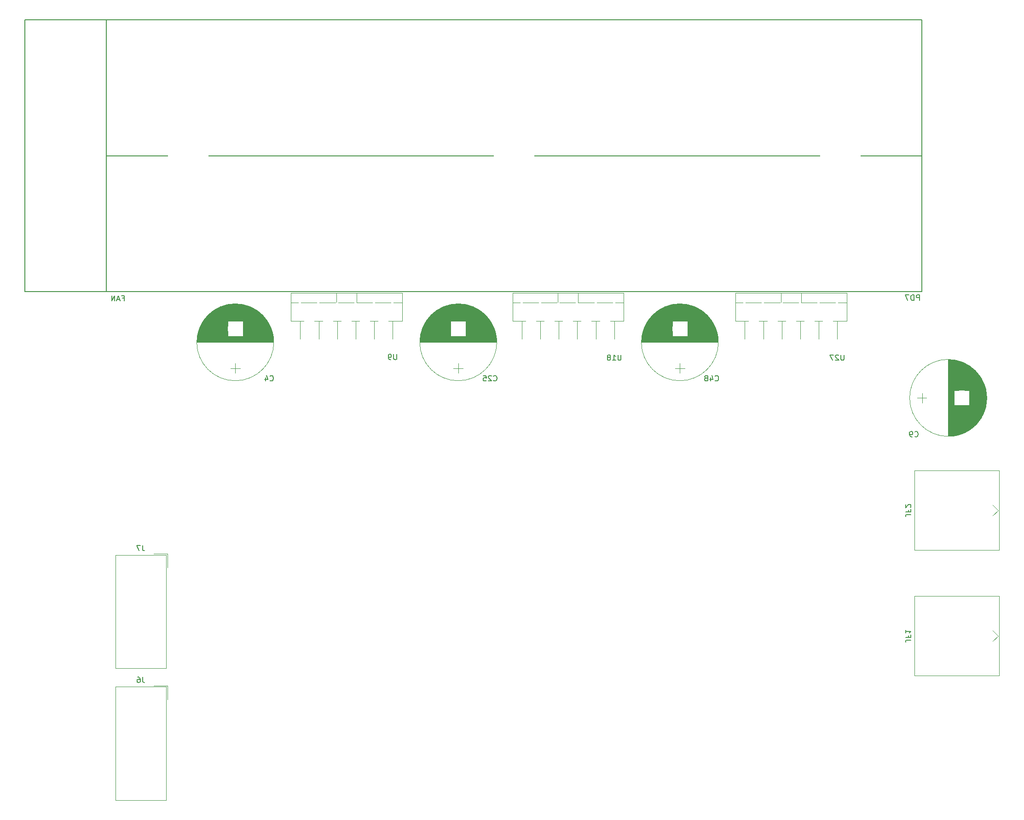
<source format=gbr>
%TF.GenerationSoftware,KiCad,Pcbnew,(5.1.12)-1*%
%TF.CreationDate,2023-01-04T10:21:47+01:00*%
%TF.ProjectId,current3Av2,63757272-656e-4743-9341-76322e6b6963,1.0*%
%TF.SameCoordinates,Original*%
%TF.FileFunction,Legend,Bot*%
%TF.FilePolarity,Positive*%
%FSLAX46Y46*%
G04 Gerber Fmt 4.6, Leading zero omitted, Abs format (unit mm)*
G04 Created by KiCad (PCBNEW (5.1.12)-1) date 2023-01-04 10:21:47*
%MOMM*%
%LPD*%
G01*
G04 APERTURE LIST*
%ADD10C,0.150000*%
%ADD11C,0.120000*%
%ADD12C,0.139700*%
%ADD13C,7.400000*%
%ADD14C,2.800000*%
%ADD15C,2.000000*%
%ADD16O,7.400000X3.900000*%
%ADD17C,1.930000*%
%ADD18C,3.600000*%
%ADD19C,1.924000*%
%ADD20C,2.400000*%
%ADD21C,6.800000*%
%ADD22C,1.200000*%
%ADD23O,4.000000X2.480000*%
%ADD24O,2.127200X2.127200*%
%ADD25O,2.200000X2.200000*%
G04 APERTURE END LIST*
D10*
X-15100300Y-52940000D02*
X149899700Y-52940000D01*
X-70000Y-52940000D02*
X-70000Y-2940000D01*
X-70000Y-27940000D02*
X149930000Y-27940000D01*
X149930000Y-52940000D02*
X149930000Y-2940000D01*
X-15070000Y-2940000D02*
X149930000Y-2940000D01*
X-15070000Y-52940000D02*
X-15070000Y-2940000D01*
D11*
X112500000Y-62270000D02*
G75*
G03*
X112500000Y-62270000I-7090000J0D01*
G01*
X112460000Y-62270000D02*
X98360000Y-62270000D01*
X112460000Y-62230000D02*
X98360000Y-62230000D01*
X112460000Y-62190000D02*
X98360000Y-62190000D01*
X112459000Y-62150000D02*
X98361000Y-62150000D01*
X112459000Y-62110000D02*
X98361000Y-62110000D01*
X112458000Y-62070000D02*
X98362000Y-62070000D01*
X112456000Y-62030000D02*
X98364000Y-62030000D01*
X112455000Y-61990000D02*
X98365000Y-61990000D01*
X112453000Y-61950000D02*
X98367000Y-61950000D01*
X112451000Y-61910000D02*
X98369000Y-61910000D01*
X112449000Y-61870000D02*
X98371000Y-61870000D01*
X112447000Y-61830000D02*
X98373000Y-61830000D01*
X112444000Y-61790000D02*
X98376000Y-61790000D01*
X112441000Y-61750000D02*
X98379000Y-61750000D01*
X112438000Y-61710000D02*
X98382000Y-61710000D01*
X112435000Y-61670000D02*
X98385000Y-61670000D01*
X112432000Y-61630000D02*
X98388000Y-61630000D01*
X112428000Y-61590000D02*
X98392000Y-61590000D01*
X112424000Y-61549000D02*
X98396000Y-61549000D01*
X112420000Y-61509000D02*
X98400000Y-61509000D01*
X112415000Y-61469000D02*
X98405000Y-61469000D01*
X112411000Y-61429000D02*
X98409000Y-61429000D01*
X112406000Y-61389000D02*
X98414000Y-61389000D01*
X112401000Y-61349000D02*
X98419000Y-61349000D01*
X112395000Y-61309000D02*
X98425000Y-61309000D01*
X112390000Y-61269000D02*
X98430000Y-61269000D01*
X112384000Y-61229000D02*
X98436000Y-61229000D01*
X112378000Y-61189000D02*
X98442000Y-61189000D01*
X112371000Y-61149000D02*
X106790000Y-61149000D01*
X104030000Y-61149000D02*
X98449000Y-61149000D01*
X112365000Y-61109000D02*
X106790000Y-61109000D01*
X104030000Y-61109000D02*
X98455000Y-61109000D01*
X112358000Y-61069000D02*
X106790000Y-61069000D01*
X104030000Y-61069000D02*
X98462000Y-61069000D01*
X112351000Y-61029000D02*
X106790000Y-61029000D01*
X104030000Y-61029000D02*
X98469000Y-61029000D01*
X112344000Y-60989000D02*
X106790000Y-60989000D01*
X104030000Y-60989000D02*
X98476000Y-60989000D01*
X112337000Y-60949000D02*
X106790000Y-60949000D01*
X104030000Y-60949000D02*
X98483000Y-60949000D01*
X112329000Y-60909000D02*
X106790000Y-60909000D01*
X104030000Y-60909000D02*
X98491000Y-60909000D01*
X112321000Y-60869000D02*
X106790000Y-60869000D01*
X104030000Y-60869000D02*
X98499000Y-60869000D01*
X112313000Y-60829000D02*
X106790000Y-60829000D01*
X104030000Y-60829000D02*
X98507000Y-60829000D01*
X112304000Y-60789000D02*
X106790000Y-60789000D01*
X104030000Y-60789000D02*
X98516000Y-60789000D01*
X112296000Y-60749000D02*
X106790000Y-60749000D01*
X104030000Y-60749000D02*
X98524000Y-60749000D01*
X112287000Y-60709000D02*
X106790000Y-60709000D01*
X104030000Y-60709000D02*
X98533000Y-60709000D01*
X112278000Y-60669000D02*
X106790000Y-60669000D01*
X104030000Y-60669000D02*
X98542000Y-60669000D01*
X112268000Y-60629000D02*
X106790000Y-60629000D01*
X104030000Y-60629000D02*
X98552000Y-60629000D01*
X112259000Y-60589000D02*
X106790000Y-60589000D01*
X104030000Y-60589000D02*
X98561000Y-60589000D01*
X112249000Y-60549000D02*
X106790000Y-60549000D01*
X104030000Y-60549000D02*
X98571000Y-60549000D01*
X112239000Y-60509000D02*
X106790000Y-60509000D01*
X104030000Y-60509000D02*
X98581000Y-60509000D01*
X112228000Y-60469000D02*
X106790000Y-60469000D01*
X104030000Y-60469000D02*
X98592000Y-60469000D01*
X112218000Y-60429000D02*
X106790000Y-60429000D01*
X104030000Y-60429000D02*
X98602000Y-60429000D01*
X112207000Y-60389000D02*
X106790000Y-60389000D01*
X104030000Y-60389000D02*
X98613000Y-60389000D01*
X112196000Y-60349000D02*
X106790000Y-60349000D01*
X104030000Y-60349000D02*
X98624000Y-60349000D01*
X112184000Y-60309000D02*
X106790000Y-60309000D01*
X104030000Y-60309000D02*
X98636000Y-60309000D01*
X112173000Y-60269000D02*
X106790000Y-60269000D01*
X104030000Y-60269000D02*
X98647000Y-60269000D01*
X112161000Y-60229000D02*
X106790000Y-60229000D01*
X104030000Y-60229000D02*
X98659000Y-60229000D01*
X112149000Y-60189000D02*
X106790000Y-60189000D01*
X104030000Y-60189000D02*
X98671000Y-60189000D01*
X112136000Y-60149000D02*
X106790000Y-60149000D01*
X104030000Y-60149000D02*
X98684000Y-60149000D01*
X112123000Y-60109000D02*
X106790000Y-60109000D01*
X104030000Y-60109000D02*
X98697000Y-60109000D01*
X112111000Y-60069000D02*
X106790000Y-60069000D01*
X104030000Y-60069000D02*
X98709000Y-60069000D01*
X112097000Y-60029000D02*
X106790000Y-60029000D01*
X104030000Y-60029000D02*
X98723000Y-60029000D01*
X112084000Y-59989000D02*
X106790000Y-59989000D01*
X104030000Y-59989000D02*
X98736000Y-59989000D01*
X112070000Y-59949000D02*
X106790000Y-59949000D01*
X104030000Y-59949000D02*
X98750000Y-59949000D01*
X112056000Y-59909000D02*
X106790000Y-59909000D01*
X104030000Y-59909000D02*
X98764000Y-59909000D01*
X112042000Y-59869000D02*
X106790000Y-59869000D01*
X104030000Y-59869000D02*
X98778000Y-59869000D01*
X112027000Y-59829000D02*
X106790000Y-59829000D01*
X104030000Y-59829000D02*
X98793000Y-59829000D01*
X112013000Y-59789000D02*
X106790000Y-59789000D01*
X104030000Y-59789000D02*
X98807000Y-59789000D01*
X111998000Y-59749000D02*
X106790000Y-59749000D01*
X104030000Y-59749000D02*
X98822000Y-59749000D01*
X111982000Y-59709000D02*
X106790000Y-59709000D01*
X104030000Y-59709000D02*
X98838000Y-59709000D01*
X111967000Y-59669000D02*
X106790000Y-59669000D01*
X104030000Y-59669000D02*
X98853000Y-59669000D01*
X111951000Y-59629000D02*
X106790000Y-59629000D01*
X104030000Y-59629000D02*
X98869000Y-59629000D01*
X111934000Y-59589000D02*
X106790000Y-59589000D01*
X104030000Y-59589000D02*
X98886000Y-59589000D01*
X111918000Y-59549000D02*
X106790000Y-59549000D01*
X104030000Y-59549000D02*
X98902000Y-59549000D01*
X111901000Y-59509000D02*
X106790000Y-59509000D01*
X104030000Y-59509000D02*
X98919000Y-59509000D01*
X111884000Y-59469000D02*
X106790000Y-59469000D01*
X104030000Y-59469000D02*
X98936000Y-59469000D01*
X111867000Y-59429000D02*
X106790000Y-59429000D01*
X104030000Y-59429000D02*
X98953000Y-59429000D01*
X111849000Y-59389000D02*
X106790000Y-59389000D01*
X104030000Y-59389000D02*
X98971000Y-59389000D01*
X111831000Y-59349000D02*
X106790000Y-59349000D01*
X104030000Y-59349000D02*
X98989000Y-59349000D01*
X111813000Y-59309000D02*
X106790000Y-59309000D01*
X104030000Y-59309000D02*
X99007000Y-59309000D01*
X111795000Y-59269000D02*
X106790000Y-59269000D01*
X104030000Y-59269000D02*
X99025000Y-59269000D01*
X111776000Y-59229000D02*
X106790000Y-59229000D01*
X104030000Y-59229000D02*
X99044000Y-59229000D01*
X111757000Y-59189000D02*
X106790000Y-59189000D01*
X104030000Y-59189000D02*
X99063000Y-59189000D01*
X111737000Y-59149000D02*
X106790000Y-59149000D01*
X104030000Y-59149000D02*
X99083000Y-59149000D01*
X111717000Y-59109000D02*
X106790000Y-59109000D01*
X104030000Y-59109000D02*
X99103000Y-59109000D01*
X111697000Y-59069000D02*
X106790000Y-59069000D01*
X104030000Y-59069000D02*
X99123000Y-59069000D01*
X111677000Y-59029000D02*
X106790000Y-59029000D01*
X104030000Y-59029000D02*
X99143000Y-59029000D01*
X111656000Y-58989000D02*
X106790000Y-58989000D01*
X104030000Y-58989000D02*
X99164000Y-58989000D01*
X111635000Y-58949000D02*
X106790000Y-58949000D01*
X104030000Y-58949000D02*
X99185000Y-58949000D01*
X111614000Y-58909000D02*
X106790000Y-58909000D01*
X104030000Y-58909000D02*
X99206000Y-58909000D01*
X111592000Y-58869000D02*
X106790000Y-58869000D01*
X104030000Y-58869000D02*
X99228000Y-58869000D01*
X111570000Y-58829000D02*
X106790000Y-58829000D01*
X104030000Y-58829000D02*
X99250000Y-58829000D01*
X111548000Y-58789000D02*
X106790000Y-58789000D01*
X104030000Y-58789000D02*
X99272000Y-58789000D01*
X111525000Y-58749000D02*
X106790000Y-58749000D01*
X104030000Y-58749000D02*
X99295000Y-58749000D01*
X111502000Y-58709000D02*
X106790000Y-58709000D01*
X104030000Y-58709000D02*
X99318000Y-58709000D01*
X111479000Y-58669000D02*
X106790000Y-58669000D01*
X104030000Y-58669000D02*
X99341000Y-58669000D01*
X111455000Y-58629000D02*
X106790000Y-58629000D01*
X104030000Y-58629000D02*
X99365000Y-58629000D01*
X111431000Y-58589000D02*
X106790000Y-58589000D01*
X104030000Y-58589000D02*
X99389000Y-58589000D01*
X111406000Y-58549000D02*
X106790000Y-58549000D01*
X104030000Y-58549000D02*
X99414000Y-58549000D01*
X111381000Y-58509000D02*
X106790000Y-58509000D01*
X104030000Y-58509000D02*
X99439000Y-58509000D01*
X111356000Y-58469000D02*
X106790000Y-58469000D01*
X104030000Y-58469000D02*
X99464000Y-58469000D01*
X111331000Y-58429000D02*
X106790000Y-58429000D01*
X104030000Y-58429000D02*
X99489000Y-58429000D01*
X111305000Y-58389000D02*
X99515000Y-58389000D01*
X111278000Y-58349000D02*
X99542000Y-58349000D01*
X111252000Y-58309000D02*
X99568000Y-58309000D01*
X111224000Y-58269000D02*
X99596000Y-58269000D01*
X111197000Y-58229000D02*
X99623000Y-58229000D01*
X111169000Y-58189000D02*
X99651000Y-58189000D01*
X111141000Y-58149000D02*
X99679000Y-58149000D01*
X111112000Y-58109000D02*
X99708000Y-58109000D01*
X111083000Y-58069000D02*
X99737000Y-58069000D01*
X111053000Y-58029000D02*
X99767000Y-58029000D01*
X111023000Y-57989000D02*
X99797000Y-57989000D01*
X110992000Y-57949000D02*
X99828000Y-57949000D01*
X110961000Y-57909000D02*
X99859000Y-57909000D01*
X110930000Y-57869000D02*
X99890000Y-57869000D01*
X110898000Y-57829000D02*
X99922000Y-57829000D01*
X110866000Y-57789000D02*
X99954000Y-57789000D01*
X110833000Y-57749000D02*
X99987000Y-57749000D01*
X110800000Y-57709000D02*
X100020000Y-57709000D01*
X110766000Y-57669000D02*
X100054000Y-57669000D01*
X110731000Y-57629000D02*
X100089000Y-57629000D01*
X110696000Y-57589000D02*
X100124000Y-57589000D01*
X110661000Y-57549000D02*
X100159000Y-57549000D01*
X110625000Y-57509000D02*
X100195000Y-57509000D01*
X110589000Y-57469000D02*
X100231000Y-57469000D01*
X110551000Y-57429000D02*
X100269000Y-57429000D01*
X110514000Y-57389000D02*
X100306000Y-57389000D01*
X110476000Y-57349000D02*
X100344000Y-57349000D01*
X110437000Y-57309000D02*
X100383000Y-57309000D01*
X110397000Y-57269000D02*
X100423000Y-57269000D01*
X110357000Y-57229000D02*
X100463000Y-57229000D01*
X110316000Y-57189000D02*
X100504000Y-57189000D01*
X110275000Y-57149000D02*
X100545000Y-57149000D01*
X110233000Y-57109000D02*
X100587000Y-57109000D01*
X110190000Y-57069000D02*
X100630000Y-57069000D01*
X110147000Y-57029000D02*
X100673000Y-57029000D01*
X110102000Y-56989000D02*
X100718000Y-56989000D01*
X110057000Y-56949000D02*
X100763000Y-56949000D01*
X110011000Y-56909000D02*
X100809000Y-56909000D01*
X109965000Y-56869000D02*
X100855000Y-56869000D01*
X109917000Y-56829000D02*
X100903000Y-56829000D01*
X109869000Y-56789000D02*
X100951000Y-56789000D01*
X109820000Y-56749000D02*
X101000000Y-56749000D01*
X109770000Y-56709000D02*
X101050000Y-56709000D01*
X109719000Y-56669000D02*
X101101000Y-56669000D01*
X109667000Y-56629000D02*
X101153000Y-56629000D01*
X109614000Y-56589000D02*
X101206000Y-56589000D01*
X109560000Y-56549000D02*
X101260000Y-56549000D01*
X109505000Y-56509000D02*
X101315000Y-56509000D01*
X109448000Y-56469000D02*
X101372000Y-56469000D01*
X109391000Y-56429000D02*
X101429000Y-56429000D01*
X109332000Y-56389000D02*
X101488000Y-56389000D01*
X109272000Y-56349000D02*
X101548000Y-56349000D01*
X109211000Y-56309000D02*
X101609000Y-56309000D01*
X109148000Y-56269000D02*
X101672000Y-56269000D01*
X109084000Y-56229000D02*
X101736000Y-56229000D01*
X109018000Y-56189000D02*
X101802000Y-56189000D01*
X108950000Y-56149000D02*
X101870000Y-56149000D01*
X108881000Y-56109000D02*
X101939000Y-56109000D01*
X108810000Y-56069000D02*
X102010000Y-56069000D01*
X108737000Y-56029000D02*
X102083000Y-56029000D01*
X108661000Y-55989000D02*
X102159000Y-55989000D01*
X108584000Y-55949000D02*
X102236000Y-55949000D01*
X108504000Y-55909000D02*
X102316000Y-55909000D01*
X108421000Y-55869000D02*
X102399000Y-55869000D01*
X108336000Y-55829000D02*
X102484000Y-55829000D01*
X108248000Y-55789000D02*
X102572000Y-55789000D01*
X108156000Y-55749000D02*
X102664000Y-55749000D01*
X108060000Y-55709000D02*
X102760000Y-55709000D01*
X107960000Y-55669000D02*
X102860000Y-55669000D01*
X107856000Y-55629000D02*
X102964000Y-55629000D01*
X107747000Y-55589000D02*
X103073000Y-55589000D01*
X107631000Y-55549000D02*
X103189000Y-55549000D01*
X107508000Y-55509000D02*
X103312000Y-55509000D01*
X107378000Y-55469000D02*
X103442000Y-55469000D01*
X107237000Y-55429000D02*
X103583000Y-55429000D01*
X107083000Y-55389000D02*
X103737000Y-55389000D01*
X106914000Y-55349000D02*
X103906000Y-55349000D01*
X106722000Y-55309000D02*
X104098000Y-55309000D01*
X106497000Y-55269000D02*
X104323000Y-55269000D01*
X106211000Y-55229000D02*
X104609000Y-55229000D01*
X105747000Y-55189000D02*
X105073000Y-55189000D01*
X105410000Y-67970000D02*
X105410000Y-66170000D01*
X106310000Y-67070000D02*
X104510000Y-67070000D01*
X24522000Y-67070000D02*
X22722000Y-67070000D01*
X23622000Y-67970000D02*
X23622000Y-66170000D01*
X23959000Y-55189000D02*
X23285000Y-55189000D01*
X24423000Y-55229000D02*
X22821000Y-55229000D01*
X24709000Y-55269000D02*
X22535000Y-55269000D01*
X24934000Y-55309000D02*
X22310000Y-55309000D01*
X25126000Y-55349000D02*
X22118000Y-55349000D01*
X25295000Y-55389000D02*
X21949000Y-55389000D01*
X25449000Y-55429000D02*
X21795000Y-55429000D01*
X25590000Y-55469000D02*
X21654000Y-55469000D01*
X25720000Y-55509000D02*
X21524000Y-55509000D01*
X25843000Y-55549000D02*
X21401000Y-55549000D01*
X25959000Y-55589000D02*
X21285000Y-55589000D01*
X26068000Y-55629000D02*
X21176000Y-55629000D01*
X26172000Y-55669000D02*
X21072000Y-55669000D01*
X26272000Y-55709000D02*
X20972000Y-55709000D01*
X26368000Y-55749000D02*
X20876000Y-55749000D01*
X26460000Y-55789000D02*
X20784000Y-55789000D01*
X26548000Y-55829000D02*
X20696000Y-55829000D01*
X26633000Y-55869000D02*
X20611000Y-55869000D01*
X26716000Y-55909000D02*
X20528000Y-55909000D01*
X26796000Y-55949000D02*
X20448000Y-55949000D01*
X26873000Y-55989000D02*
X20371000Y-55989000D01*
X26949000Y-56029000D02*
X20295000Y-56029000D01*
X27022000Y-56069000D02*
X20222000Y-56069000D01*
X27093000Y-56109000D02*
X20151000Y-56109000D01*
X27162000Y-56149000D02*
X20082000Y-56149000D01*
X27230000Y-56189000D02*
X20014000Y-56189000D01*
X27296000Y-56229000D02*
X19948000Y-56229000D01*
X27360000Y-56269000D02*
X19884000Y-56269000D01*
X27423000Y-56309000D02*
X19821000Y-56309000D01*
X27484000Y-56349000D02*
X19760000Y-56349000D01*
X27544000Y-56389000D02*
X19700000Y-56389000D01*
X27603000Y-56429000D02*
X19641000Y-56429000D01*
X27660000Y-56469000D02*
X19584000Y-56469000D01*
X27717000Y-56509000D02*
X19527000Y-56509000D01*
X27772000Y-56549000D02*
X19472000Y-56549000D01*
X27826000Y-56589000D02*
X19418000Y-56589000D01*
X27879000Y-56629000D02*
X19365000Y-56629000D01*
X27931000Y-56669000D02*
X19313000Y-56669000D01*
X27982000Y-56709000D02*
X19262000Y-56709000D01*
X28032000Y-56749000D02*
X19212000Y-56749000D01*
X28081000Y-56789000D02*
X19163000Y-56789000D01*
X28129000Y-56829000D02*
X19115000Y-56829000D01*
X28177000Y-56869000D02*
X19067000Y-56869000D01*
X28223000Y-56909000D02*
X19021000Y-56909000D01*
X28269000Y-56949000D02*
X18975000Y-56949000D01*
X28314000Y-56989000D02*
X18930000Y-56989000D01*
X28359000Y-57029000D02*
X18885000Y-57029000D01*
X28402000Y-57069000D02*
X18842000Y-57069000D01*
X28445000Y-57109000D02*
X18799000Y-57109000D01*
X28487000Y-57149000D02*
X18757000Y-57149000D01*
X28528000Y-57189000D02*
X18716000Y-57189000D01*
X28569000Y-57229000D02*
X18675000Y-57229000D01*
X28609000Y-57269000D02*
X18635000Y-57269000D01*
X28649000Y-57309000D02*
X18595000Y-57309000D01*
X28688000Y-57349000D02*
X18556000Y-57349000D01*
X28726000Y-57389000D02*
X18518000Y-57389000D01*
X28763000Y-57429000D02*
X18481000Y-57429000D01*
X28801000Y-57469000D02*
X18443000Y-57469000D01*
X28837000Y-57509000D02*
X18407000Y-57509000D01*
X28873000Y-57549000D02*
X18371000Y-57549000D01*
X28908000Y-57589000D02*
X18336000Y-57589000D01*
X28943000Y-57629000D02*
X18301000Y-57629000D01*
X28978000Y-57669000D02*
X18266000Y-57669000D01*
X29012000Y-57709000D02*
X18232000Y-57709000D01*
X29045000Y-57749000D02*
X18199000Y-57749000D01*
X29078000Y-57789000D02*
X18166000Y-57789000D01*
X29110000Y-57829000D02*
X18134000Y-57829000D01*
X29142000Y-57869000D02*
X18102000Y-57869000D01*
X29173000Y-57909000D02*
X18071000Y-57909000D01*
X29204000Y-57949000D02*
X18040000Y-57949000D01*
X29235000Y-57989000D02*
X18009000Y-57989000D01*
X29265000Y-58029000D02*
X17979000Y-58029000D01*
X29295000Y-58069000D02*
X17949000Y-58069000D01*
X29324000Y-58109000D02*
X17920000Y-58109000D01*
X29353000Y-58149000D02*
X17891000Y-58149000D01*
X29381000Y-58189000D02*
X17863000Y-58189000D01*
X29409000Y-58229000D02*
X17835000Y-58229000D01*
X29436000Y-58269000D02*
X17808000Y-58269000D01*
X29464000Y-58309000D02*
X17780000Y-58309000D01*
X29490000Y-58349000D02*
X17754000Y-58349000D01*
X29517000Y-58389000D02*
X17727000Y-58389000D01*
X22242000Y-58429000D02*
X17701000Y-58429000D01*
X29543000Y-58429000D02*
X25002000Y-58429000D01*
X22242000Y-58469000D02*
X17676000Y-58469000D01*
X29568000Y-58469000D02*
X25002000Y-58469000D01*
X22242000Y-58509000D02*
X17651000Y-58509000D01*
X29593000Y-58509000D02*
X25002000Y-58509000D01*
X22242000Y-58549000D02*
X17626000Y-58549000D01*
X29618000Y-58549000D02*
X25002000Y-58549000D01*
X22242000Y-58589000D02*
X17601000Y-58589000D01*
X29643000Y-58589000D02*
X25002000Y-58589000D01*
X22242000Y-58629000D02*
X17577000Y-58629000D01*
X29667000Y-58629000D02*
X25002000Y-58629000D01*
X22242000Y-58669000D02*
X17553000Y-58669000D01*
X29691000Y-58669000D02*
X25002000Y-58669000D01*
X22242000Y-58709000D02*
X17530000Y-58709000D01*
X29714000Y-58709000D02*
X25002000Y-58709000D01*
X22242000Y-58749000D02*
X17507000Y-58749000D01*
X29737000Y-58749000D02*
X25002000Y-58749000D01*
X22242000Y-58789000D02*
X17484000Y-58789000D01*
X29760000Y-58789000D02*
X25002000Y-58789000D01*
X22242000Y-58829000D02*
X17462000Y-58829000D01*
X29782000Y-58829000D02*
X25002000Y-58829000D01*
X22242000Y-58869000D02*
X17440000Y-58869000D01*
X29804000Y-58869000D02*
X25002000Y-58869000D01*
X22242000Y-58909000D02*
X17418000Y-58909000D01*
X29826000Y-58909000D02*
X25002000Y-58909000D01*
X22242000Y-58949000D02*
X17397000Y-58949000D01*
X29847000Y-58949000D02*
X25002000Y-58949000D01*
X22242000Y-58989000D02*
X17376000Y-58989000D01*
X29868000Y-58989000D02*
X25002000Y-58989000D01*
X22242000Y-59029000D02*
X17355000Y-59029000D01*
X29889000Y-59029000D02*
X25002000Y-59029000D01*
X22242000Y-59069000D02*
X17335000Y-59069000D01*
X29909000Y-59069000D02*
X25002000Y-59069000D01*
X22242000Y-59109000D02*
X17315000Y-59109000D01*
X29929000Y-59109000D02*
X25002000Y-59109000D01*
X22242000Y-59149000D02*
X17295000Y-59149000D01*
X29949000Y-59149000D02*
X25002000Y-59149000D01*
X22242000Y-59189000D02*
X17275000Y-59189000D01*
X29969000Y-59189000D02*
X25002000Y-59189000D01*
X22242000Y-59229000D02*
X17256000Y-59229000D01*
X29988000Y-59229000D02*
X25002000Y-59229000D01*
X22242000Y-59269000D02*
X17237000Y-59269000D01*
X30007000Y-59269000D02*
X25002000Y-59269000D01*
X22242000Y-59309000D02*
X17219000Y-59309000D01*
X30025000Y-59309000D02*
X25002000Y-59309000D01*
X22242000Y-59349000D02*
X17201000Y-59349000D01*
X30043000Y-59349000D02*
X25002000Y-59349000D01*
X22242000Y-59389000D02*
X17183000Y-59389000D01*
X30061000Y-59389000D02*
X25002000Y-59389000D01*
X22242000Y-59429000D02*
X17165000Y-59429000D01*
X30079000Y-59429000D02*
X25002000Y-59429000D01*
X22242000Y-59469000D02*
X17148000Y-59469000D01*
X30096000Y-59469000D02*
X25002000Y-59469000D01*
X22242000Y-59509000D02*
X17131000Y-59509000D01*
X30113000Y-59509000D02*
X25002000Y-59509000D01*
X22242000Y-59549000D02*
X17114000Y-59549000D01*
X30130000Y-59549000D02*
X25002000Y-59549000D01*
X22242000Y-59589000D02*
X17098000Y-59589000D01*
X30146000Y-59589000D02*
X25002000Y-59589000D01*
X22242000Y-59629000D02*
X17081000Y-59629000D01*
X30163000Y-59629000D02*
X25002000Y-59629000D01*
X22242000Y-59669000D02*
X17065000Y-59669000D01*
X30179000Y-59669000D02*
X25002000Y-59669000D01*
X22242000Y-59709000D02*
X17050000Y-59709000D01*
X30194000Y-59709000D02*
X25002000Y-59709000D01*
X22242000Y-59749000D02*
X17034000Y-59749000D01*
X30210000Y-59749000D02*
X25002000Y-59749000D01*
X22242000Y-59789000D02*
X17019000Y-59789000D01*
X30225000Y-59789000D02*
X25002000Y-59789000D01*
X22242000Y-59829000D02*
X17005000Y-59829000D01*
X30239000Y-59829000D02*
X25002000Y-59829000D01*
X22242000Y-59869000D02*
X16990000Y-59869000D01*
X30254000Y-59869000D02*
X25002000Y-59869000D01*
X22242000Y-59909000D02*
X16976000Y-59909000D01*
X30268000Y-59909000D02*
X25002000Y-59909000D01*
X22242000Y-59949000D02*
X16962000Y-59949000D01*
X30282000Y-59949000D02*
X25002000Y-59949000D01*
X22242000Y-59989000D02*
X16948000Y-59989000D01*
X30296000Y-59989000D02*
X25002000Y-59989000D01*
X22242000Y-60029000D02*
X16935000Y-60029000D01*
X30309000Y-60029000D02*
X25002000Y-60029000D01*
X22242000Y-60069000D02*
X16921000Y-60069000D01*
X30323000Y-60069000D02*
X25002000Y-60069000D01*
X22242000Y-60109000D02*
X16909000Y-60109000D01*
X30335000Y-60109000D02*
X25002000Y-60109000D01*
X22242000Y-60149000D02*
X16896000Y-60149000D01*
X30348000Y-60149000D02*
X25002000Y-60149000D01*
X22242000Y-60189000D02*
X16883000Y-60189000D01*
X30361000Y-60189000D02*
X25002000Y-60189000D01*
X22242000Y-60229000D02*
X16871000Y-60229000D01*
X30373000Y-60229000D02*
X25002000Y-60229000D01*
X22242000Y-60269000D02*
X16859000Y-60269000D01*
X30385000Y-60269000D02*
X25002000Y-60269000D01*
X22242000Y-60309000D02*
X16848000Y-60309000D01*
X30396000Y-60309000D02*
X25002000Y-60309000D01*
X22242000Y-60349000D02*
X16836000Y-60349000D01*
X30408000Y-60349000D02*
X25002000Y-60349000D01*
X22242000Y-60389000D02*
X16825000Y-60389000D01*
X30419000Y-60389000D02*
X25002000Y-60389000D01*
X22242000Y-60429000D02*
X16814000Y-60429000D01*
X30430000Y-60429000D02*
X25002000Y-60429000D01*
X22242000Y-60469000D02*
X16804000Y-60469000D01*
X30440000Y-60469000D02*
X25002000Y-60469000D01*
X22242000Y-60509000D02*
X16793000Y-60509000D01*
X30451000Y-60509000D02*
X25002000Y-60509000D01*
X22242000Y-60549000D02*
X16783000Y-60549000D01*
X30461000Y-60549000D02*
X25002000Y-60549000D01*
X22242000Y-60589000D02*
X16773000Y-60589000D01*
X30471000Y-60589000D02*
X25002000Y-60589000D01*
X22242000Y-60629000D02*
X16764000Y-60629000D01*
X30480000Y-60629000D02*
X25002000Y-60629000D01*
X22242000Y-60669000D02*
X16754000Y-60669000D01*
X30490000Y-60669000D02*
X25002000Y-60669000D01*
X22242000Y-60709000D02*
X16745000Y-60709000D01*
X30499000Y-60709000D02*
X25002000Y-60709000D01*
X22242000Y-60749000D02*
X16736000Y-60749000D01*
X30508000Y-60749000D02*
X25002000Y-60749000D01*
X22242000Y-60789000D02*
X16728000Y-60789000D01*
X30516000Y-60789000D02*
X25002000Y-60789000D01*
X22242000Y-60829000D02*
X16719000Y-60829000D01*
X30525000Y-60829000D02*
X25002000Y-60829000D01*
X22242000Y-60869000D02*
X16711000Y-60869000D01*
X30533000Y-60869000D02*
X25002000Y-60869000D01*
X22242000Y-60909000D02*
X16703000Y-60909000D01*
X30541000Y-60909000D02*
X25002000Y-60909000D01*
X22242000Y-60949000D02*
X16695000Y-60949000D01*
X30549000Y-60949000D02*
X25002000Y-60949000D01*
X22242000Y-60989000D02*
X16688000Y-60989000D01*
X30556000Y-60989000D02*
X25002000Y-60989000D01*
X22242000Y-61029000D02*
X16681000Y-61029000D01*
X30563000Y-61029000D02*
X25002000Y-61029000D01*
X22242000Y-61069000D02*
X16674000Y-61069000D01*
X30570000Y-61069000D02*
X25002000Y-61069000D01*
X22242000Y-61109000D02*
X16667000Y-61109000D01*
X30577000Y-61109000D02*
X25002000Y-61109000D01*
X22242000Y-61149000D02*
X16661000Y-61149000D01*
X30583000Y-61149000D02*
X25002000Y-61149000D01*
X30590000Y-61189000D02*
X16654000Y-61189000D01*
X30596000Y-61229000D02*
X16648000Y-61229000D01*
X30602000Y-61269000D02*
X16642000Y-61269000D01*
X30607000Y-61309000D02*
X16637000Y-61309000D01*
X30613000Y-61349000D02*
X16631000Y-61349000D01*
X30618000Y-61389000D02*
X16626000Y-61389000D01*
X30623000Y-61429000D02*
X16621000Y-61429000D01*
X30627000Y-61469000D02*
X16617000Y-61469000D01*
X30632000Y-61509000D02*
X16612000Y-61509000D01*
X30636000Y-61549000D02*
X16608000Y-61549000D01*
X30640000Y-61590000D02*
X16604000Y-61590000D01*
X30644000Y-61630000D02*
X16600000Y-61630000D01*
X30647000Y-61670000D02*
X16597000Y-61670000D01*
X30650000Y-61710000D02*
X16594000Y-61710000D01*
X30653000Y-61750000D02*
X16591000Y-61750000D01*
X30656000Y-61790000D02*
X16588000Y-61790000D01*
X30659000Y-61830000D02*
X16585000Y-61830000D01*
X30661000Y-61870000D02*
X16583000Y-61870000D01*
X30663000Y-61910000D02*
X16581000Y-61910000D01*
X30665000Y-61950000D02*
X16579000Y-61950000D01*
X30667000Y-61990000D02*
X16577000Y-61990000D01*
X30668000Y-62030000D02*
X16576000Y-62030000D01*
X30670000Y-62070000D02*
X16574000Y-62070000D01*
X30671000Y-62110000D02*
X16573000Y-62110000D01*
X30671000Y-62150000D02*
X16573000Y-62150000D01*
X30672000Y-62190000D02*
X16572000Y-62190000D01*
X30672000Y-62230000D02*
X16572000Y-62230000D01*
X30672000Y-62270000D02*
X16572000Y-62270000D01*
X30712000Y-62270000D02*
G75*
G03*
X30712000Y-62270000I-7090000J0D01*
G01*
X65543000Y-67070000D02*
X63743000Y-67070000D01*
X64643000Y-67970000D02*
X64643000Y-66170000D01*
X64980000Y-55189000D02*
X64306000Y-55189000D01*
X65444000Y-55229000D02*
X63842000Y-55229000D01*
X65730000Y-55269000D02*
X63556000Y-55269000D01*
X65955000Y-55309000D02*
X63331000Y-55309000D01*
X66147000Y-55349000D02*
X63139000Y-55349000D01*
X66316000Y-55389000D02*
X62970000Y-55389000D01*
X66470000Y-55429000D02*
X62816000Y-55429000D01*
X66611000Y-55469000D02*
X62675000Y-55469000D01*
X66741000Y-55509000D02*
X62545000Y-55509000D01*
X66864000Y-55549000D02*
X62422000Y-55549000D01*
X66980000Y-55589000D02*
X62306000Y-55589000D01*
X67089000Y-55629000D02*
X62197000Y-55629000D01*
X67193000Y-55669000D02*
X62093000Y-55669000D01*
X67293000Y-55709000D02*
X61993000Y-55709000D01*
X67389000Y-55749000D02*
X61897000Y-55749000D01*
X67481000Y-55789000D02*
X61805000Y-55789000D01*
X67569000Y-55829000D02*
X61717000Y-55829000D01*
X67654000Y-55869000D02*
X61632000Y-55869000D01*
X67737000Y-55909000D02*
X61549000Y-55909000D01*
X67817000Y-55949000D02*
X61469000Y-55949000D01*
X67894000Y-55989000D02*
X61392000Y-55989000D01*
X67970000Y-56029000D02*
X61316000Y-56029000D01*
X68043000Y-56069000D02*
X61243000Y-56069000D01*
X68114000Y-56109000D02*
X61172000Y-56109000D01*
X68183000Y-56149000D02*
X61103000Y-56149000D01*
X68251000Y-56189000D02*
X61035000Y-56189000D01*
X68317000Y-56229000D02*
X60969000Y-56229000D01*
X68381000Y-56269000D02*
X60905000Y-56269000D01*
X68444000Y-56309000D02*
X60842000Y-56309000D01*
X68505000Y-56349000D02*
X60781000Y-56349000D01*
X68565000Y-56389000D02*
X60721000Y-56389000D01*
X68624000Y-56429000D02*
X60662000Y-56429000D01*
X68681000Y-56469000D02*
X60605000Y-56469000D01*
X68738000Y-56509000D02*
X60548000Y-56509000D01*
X68793000Y-56549000D02*
X60493000Y-56549000D01*
X68847000Y-56589000D02*
X60439000Y-56589000D01*
X68900000Y-56629000D02*
X60386000Y-56629000D01*
X68952000Y-56669000D02*
X60334000Y-56669000D01*
X69003000Y-56709000D02*
X60283000Y-56709000D01*
X69053000Y-56749000D02*
X60233000Y-56749000D01*
X69102000Y-56789000D02*
X60184000Y-56789000D01*
X69150000Y-56829000D02*
X60136000Y-56829000D01*
X69198000Y-56869000D02*
X60088000Y-56869000D01*
X69244000Y-56909000D02*
X60042000Y-56909000D01*
X69290000Y-56949000D02*
X59996000Y-56949000D01*
X69335000Y-56989000D02*
X59951000Y-56989000D01*
X69380000Y-57029000D02*
X59906000Y-57029000D01*
X69423000Y-57069000D02*
X59863000Y-57069000D01*
X69466000Y-57109000D02*
X59820000Y-57109000D01*
X69508000Y-57149000D02*
X59778000Y-57149000D01*
X69549000Y-57189000D02*
X59737000Y-57189000D01*
X69590000Y-57229000D02*
X59696000Y-57229000D01*
X69630000Y-57269000D02*
X59656000Y-57269000D01*
X69670000Y-57309000D02*
X59616000Y-57309000D01*
X69709000Y-57349000D02*
X59577000Y-57349000D01*
X69747000Y-57389000D02*
X59539000Y-57389000D01*
X69784000Y-57429000D02*
X59502000Y-57429000D01*
X69822000Y-57469000D02*
X59464000Y-57469000D01*
X69858000Y-57509000D02*
X59428000Y-57509000D01*
X69894000Y-57549000D02*
X59392000Y-57549000D01*
X69929000Y-57589000D02*
X59357000Y-57589000D01*
X69964000Y-57629000D02*
X59322000Y-57629000D01*
X69999000Y-57669000D02*
X59287000Y-57669000D01*
X70033000Y-57709000D02*
X59253000Y-57709000D01*
X70066000Y-57749000D02*
X59220000Y-57749000D01*
X70099000Y-57789000D02*
X59187000Y-57789000D01*
X70131000Y-57829000D02*
X59155000Y-57829000D01*
X70163000Y-57869000D02*
X59123000Y-57869000D01*
X70194000Y-57909000D02*
X59092000Y-57909000D01*
X70225000Y-57949000D02*
X59061000Y-57949000D01*
X70256000Y-57989000D02*
X59030000Y-57989000D01*
X70286000Y-58029000D02*
X59000000Y-58029000D01*
X70316000Y-58069000D02*
X58970000Y-58069000D01*
X70345000Y-58109000D02*
X58941000Y-58109000D01*
X70374000Y-58149000D02*
X58912000Y-58149000D01*
X70402000Y-58189000D02*
X58884000Y-58189000D01*
X70430000Y-58229000D02*
X58856000Y-58229000D01*
X70457000Y-58269000D02*
X58829000Y-58269000D01*
X70485000Y-58309000D02*
X58801000Y-58309000D01*
X70511000Y-58349000D02*
X58775000Y-58349000D01*
X70538000Y-58389000D02*
X58748000Y-58389000D01*
X63263000Y-58429000D02*
X58722000Y-58429000D01*
X70564000Y-58429000D02*
X66023000Y-58429000D01*
X63263000Y-58469000D02*
X58697000Y-58469000D01*
X70589000Y-58469000D02*
X66023000Y-58469000D01*
X63263000Y-58509000D02*
X58672000Y-58509000D01*
X70614000Y-58509000D02*
X66023000Y-58509000D01*
X63263000Y-58549000D02*
X58647000Y-58549000D01*
X70639000Y-58549000D02*
X66023000Y-58549000D01*
X63263000Y-58589000D02*
X58622000Y-58589000D01*
X70664000Y-58589000D02*
X66023000Y-58589000D01*
X63263000Y-58629000D02*
X58598000Y-58629000D01*
X70688000Y-58629000D02*
X66023000Y-58629000D01*
X63263000Y-58669000D02*
X58574000Y-58669000D01*
X70712000Y-58669000D02*
X66023000Y-58669000D01*
X63263000Y-58709000D02*
X58551000Y-58709000D01*
X70735000Y-58709000D02*
X66023000Y-58709000D01*
X63263000Y-58749000D02*
X58528000Y-58749000D01*
X70758000Y-58749000D02*
X66023000Y-58749000D01*
X63263000Y-58789000D02*
X58505000Y-58789000D01*
X70781000Y-58789000D02*
X66023000Y-58789000D01*
X63263000Y-58829000D02*
X58483000Y-58829000D01*
X70803000Y-58829000D02*
X66023000Y-58829000D01*
X63263000Y-58869000D02*
X58461000Y-58869000D01*
X70825000Y-58869000D02*
X66023000Y-58869000D01*
X63263000Y-58909000D02*
X58439000Y-58909000D01*
X70847000Y-58909000D02*
X66023000Y-58909000D01*
X63263000Y-58949000D02*
X58418000Y-58949000D01*
X70868000Y-58949000D02*
X66023000Y-58949000D01*
X63263000Y-58989000D02*
X58397000Y-58989000D01*
X70889000Y-58989000D02*
X66023000Y-58989000D01*
X63263000Y-59029000D02*
X58376000Y-59029000D01*
X70910000Y-59029000D02*
X66023000Y-59029000D01*
X63263000Y-59069000D02*
X58356000Y-59069000D01*
X70930000Y-59069000D02*
X66023000Y-59069000D01*
X63263000Y-59109000D02*
X58336000Y-59109000D01*
X70950000Y-59109000D02*
X66023000Y-59109000D01*
X63263000Y-59149000D02*
X58316000Y-59149000D01*
X70970000Y-59149000D02*
X66023000Y-59149000D01*
X63263000Y-59189000D02*
X58296000Y-59189000D01*
X70990000Y-59189000D02*
X66023000Y-59189000D01*
X63263000Y-59229000D02*
X58277000Y-59229000D01*
X71009000Y-59229000D02*
X66023000Y-59229000D01*
X63263000Y-59269000D02*
X58258000Y-59269000D01*
X71028000Y-59269000D02*
X66023000Y-59269000D01*
X63263000Y-59309000D02*
X58240000Y-59309000D01*
X71046000Y-59309000D02*
X66023000Y-59309000D01*
X63263000Y-59349000D02*
X58222000Y-59349000D01*
X71064000Y-59349000D02*
X66023000Y-59349000D01*
X63263000Y-59389000D02*
X58204000Y-59389000D01*
X71082000Y-59389000D02*
X66023000Y-59389000D01*
X63263000Y-59429000D02*
X58186000Y-59429000D01*
X71100000Y-59429000D02*
X66023000Y-59429000D01*
X63263000Y-59469000D02*
X58169000Y-59469000D01*
X71117000Y-59469000D02*
X66023000Y-59469000D01*
X63263000Y-59509000D02*
X58152000Y-59509000D01*
X71134000Y-59509000D02*
X66023000Y-59509000D01*
X63263000Y-59549000D02*
X58135000Y-59549000D01*
X71151000Y-59549000D02*
X66023000Y-59549000D01*
X63263000Y-59589000D02*
X58119000Y-59589000D01*
X71167000Y-59589000D02*
X66023000Y-59589000D01*
X63263000Y-59629000D02*
X58102000Y-59629000D01*
X71184000Y-59629000D02*
X66023000Y-59629000D01*
X63263000Y-59669000D02*
X58086000Y-59669000D01*
X71200000Y-59669000D02*
X66023000Y-59669000D01*
X63263000Y-59709000D02*
X58071000Y-59709000D01*
X71215000Y-59709000D02*
X66023000Y-59709000D01*
X63263000Y-59749000D02*
X58055000Y-59749000D01*
X71231000Y-59749000D02*
X66023000Y-59749000D01*
X63263000Y-59789000D02*
X58040000Y-59789000D01*
X71246000Y-59789000D02*
X66023000Y-59789000D01*
X63263000Y-59829000D02*
X58026000Y-59829000D01*
X71260000Y-59829000D02*
X66023000Y-59829000D01*
X63263000Y-59869000D02*
X58011000Y-59869000D01*
X71275000Y-59869000D02*
X66023000Y-59869000D01*
X63263000Y-59909000D02*
X57997000Y-59909000D01*
X71289000Y-59909000D02*
X66023000Y-59909000D01*
X63263000Y-59949000D02*
X57983000Y-59949000D01*
X71303000Y-59949000D02*
X66023000Y-59949000D01*
X63263000Y-59989000D02*
X57969000Y-59989000D01*
X71317000Y-59989000D02*
X66023000Y-59989000D01*
X63263000Y-60029000D02*
X57956000Y-60029000D01*
X71330000Y-60029000D02*
X66023000Y-60029000D01*
X63263000Y-60069000D02*
X57942000Y-60069000D01*
X71344000Y-60069000D02*
X66023000Y-60069000D01*
X63263000Y-60109000D02*
X57930000Y-60109000D01*
X71356000Y-60109000D02*
X66023000Y-60109000D01*
X63263000Y-60149000D02*
X57917000Y-60149000D01*
X71369000Y-60149000D02*
X66023000Y-60149000D01*
X63263000Y-60189000D02*
X57904000Y-60189000D01*
X71382000Y-60189000D02*
X66023000Y-60189000D01*
X63263000Y-60229000D02*
X57892000Y-60229000D01*
X71394000Y-60229000D02*
X66023000Y-60229000D01*
X63263000Y-60269000D02*
X57880000Y-60269000D01*
X71406000Y-60269000D02*
X66023000Y-60269000D01*
X63263000Y-60309000D02*
X57869000Y-60309000D01*
X71417000Y-60309000D02*
X66023000Y-60309000D01*
X63263000Y-60349000D02*
X57857000Y-60349000D01*
X71429000Y-60349000D02*
X66023000Y-60349000D01*
X63263000Y-60389000D02*
X57846000Y-60389000D01*
X71440000Y-60389000D02*
X66023000Y-60389000D01*
X63263000Y-60429000D02*
X57835000Y-60429000D01*
X71451000Y-60429000D02*
X66023000Y-60429000D01*
X63263000Y-60469000D02*
X57825000Y-60469000D01*
X71461000Y-60469000D02*
X66023000Y-60469000D01*
X63263000Y-60509000D02*
X57814000Y-60509000D01*
X71472000Y-60509000D02*
X66023000Y-60509000D01*
X63263000Y-60549000D02*
X57804000Y-60549000D01*
X71482000Y-60549000D02*
X66023000Y-60549000D01*
X63263000Y-60589000D02*
X57794000Y-60589000D01*
X71492000Y-60589000D02*
X66023000Y-60589000D01*
X63263000Y-60629000D02*
X57785000Y-60629000D01*
X71501000Y-60629000D02*
X66023000Y-60629000D01*
X63263000Y-60669000D02*
X57775000Y-60669000D01*
X71511000Y-60669000D02*
X66023000Y-60669000D01*
X63263000Y-60709000D02*
X57766000Y-60709000D01*
X71520000Y-60709000D02*
X66023000Y-60709000D01*
X63263000Y-60749000D02*
X57757000Y-60749000D01*
X71529000Y-60749000D02*
X66023000Y-60749000D01*
X63263000Y-60789000D02*
X57749000Y-60789000D01*
X71537000Y-60789000D02*
X66023000Y-60789000D01*
X63263000Y-60829000D02*
X57740000Y-60829000D01*
X71546000Y-60829000D02*
X66023000Y-60829000D01*
X63263000Y-60869000D02*
X57732000Y-60869000D01*
X71554000Y-60869000D02*
X66023000Y-60869000D01*
X63263000Y-60909000D02*
X57724000Y-60909000D01*
X71562000Y-60909000D02*
X66023000Y-60909000D01*
X63263000Y-60949000D02*
X57716000Y-60949000D01*
X71570000Y-60949000D02*
X66023000Y-60949000D01*
X63263000Y-60989000D02*
X57709000Y-60989000D01*
X71577000Y-60989000D02*
X66023000Y-60989000D01*
X63263000Y-61029000D02*
X57702000Y-61029000D01*
X71584000Y-61029000D02*
X66023000Y-61029000D01*
X63263000Y-61069000D02*
X57695000Y-61069000D01*
X71591000Y-61069000D02*
X66023000Y-61069000D01*
X63263000Y-61109000D02*
X57688000Y-61109000D01*
X71598000Y-61109000D02*
X66023000Y-61109000D01*
X63263000Y-61149000D02*
X57682000Y-61149000D01*
X71604000Y-61149000D02*
X66023000Y-61149000D01*
X71611000Y-61189000D02*
X57675000Y-61189000D01*
X71617000Y-61229000D02*
X57669000Y-61229000D01*
X71623000Y-61269000D02*
X57663000Y-61269000D01*
X71628000Y-61309000D02*
X57658000Y-61309000D01*
X71634000Y-61349000D02*
X57652000Y-61349000D01*
X71639000Y-61389000D02*
X57647000Y-61389000D01*
X71644000Y-61429000D02*
X57642000Y-61429000D01*
X71648000Y-61469000D02*
X57638000Y-61469000D01*
X71653000Y-61509000D02*
X57633000Y-61509000D01*
X71657000Y-61549000D02*
X57629000Y-61549000D01*
X71661000Y-61590000D02*
X57625000Y-61590000D01*
X71665000Y-61630000D02*
X57621000Y-61630000D01*
X71668000Y-61670000D02*
X57618000Y-61670000D01*
X71671000Y-61710000D02*
X57615000Y-61710000D01*
X71674000Y-61750000D02*
X57612000Y-61750000D01*
X71677000Y-61790000D02*
X57609000Y-61790000D01*
X71680000Y-61830000D02*
X57606000Y-61830000D01*
X71682000Y-61870000D02*
X57604000Y-61870000D01*
X71684000Y-61910000D02*
X57602000Y-61910000D01*
X71686000Y-61950000D02*
X57600000Y-61950000D01*
X71688000Y-61990000D02*
X57598000Y-61990000D01*
X71689000Y-62030000D02*
X57597000Y-62030000D01*
X71691000Y-62070000D02*
X57595000Y-62070000D01*
X71692000Y-62110000D02*
X57594000Y-62110000D01*
X71692000Y-62150000D02*
X57594000Y-62150000D01*
X71693000Y-62190000D02*
X57593000Y-62190000D01*
X71693000Y-62230000D02*
X57593000Y-62230000D01*
X71693000Y-62270000D02*
X57593000Y-62270000D01*
X71733000Y-62270000D02*
G75*
G03*
X71733000Y-62270000I-7090000J0D01*
G01*
X164183000Y-123682000D02*
X164183000Y-108982000D01*
X164183000Y-108982000D02*
X148533000Y-108982000D01*
X148533000Y-108982000D02*
X148533000Y-123682000D01*
X148533000Y-123682000D02*
X164183000Y-123682000D01*
X163983000Y-116332000D02*
X162983000Y-117332000D01*
X163983000Y-116332000D02*
X162983000Y-115332000D01*
X163983000Y-93218000D02*
X162983000Y-92218000D01*
X163983000Y-93218000D02*
X162983000Y-94218000D01*
X148533000Y-100568000D02*
X164183000Y-100568000D01*
X148533000Y-85868000D02*
X148533000Y-100568000D01*
X164183000Y-85868000D02*
X148533000Y-85868000D01*
X164183000Y-100568000D02*
X164183000Y-85868000D01*
X149973000Y-73417000D02*
X149973000Y-71617000D01*
X149073000Y-72517000D02*
X150873000Y-72517000D01*
X161854000Y-72854000D02*
X161854000Y-72180000D01*
X161814000Y-73318000D02*
X161814000Y-71716000D01*
X161774000Y-73604000D02*
X161774000Y-71430000D01*
X161734000Y-73829000D02*
X161734000Y-71205000D01*
X161694000Y-74021000D02*
X161694000Y-71013000D01*
X161654000Y-74190000D02*
X161654000Y-70844000D01*
X161614000Y-74344000D02*
X161614000Y-70690000D01*
X161574000Y-74485000D02*
X161574000Y-70549000D01*
X161534000Y-74615000D02*
X161534000Y-70419000D01*
X161494000Y-74738000D02*
X161494000Y-70296000D01*
X161454000Y-74854000D02*
X161454000Y-70180000D01*
X161414000Y-74963000D02*
X161414000Y-70071000D01*
X161374000Y-75067000D02*
X161374000Y-69967000D01*
X161334000Y-75167000D02*
X161334000Y-69867000D01*
X161294000Y-75263000D02*
X161294000Y-69771000D01*
X161254000Y-75355000D02*
X161254000Y-69679000D01*
X161214000Y-75443000D02*
X161214000Y-69591000D01*
X161174000Y-75528000D02*
X161174000Y-69506000D01*
X161134000Y-75611000D02*
X161134000Y-69423000D01*
X161094000Y-75691000D02*
X161094000Y-69343000D01*
X161054000Y-75768000D02*
X161054000Y-69266000D01*
X161014000Y-75844000D02*
X161014000Y-69190000D01*
X160974000Y-75917000D02*
X160974000Y-69117000D01*
X160934000Y-75988000D02*
X160934000Y-69046000D01*
X160894000Y-76057000D02*
X160894000Y-68977000D01*
X160854000Y-76125000D02*
X160854000Y-68909000D01*
X160814000Y-76191000D02*
X160814000Y-68843000D01*
X160774000Y-76255000D02*
X160774000Y-68779000D01*
X160734000Y-76318000D02*
X160734000Y-68716000D01*
X160694000Y-76379000D02*
X160694000Y-68655000D01*
X160654000Y-76439000D02*
X160654000Y-68595000D01*
X160614000Y-76498000D02*
X160614000Y-68536000D01*
X160574000Y-76555000D02*
X160574000Y-68479000D01*
X160534000Y-76612000D02*
X160534000Y-68422000D01*
X160494000Y-76667000D02*
X160494000Y-68367000D01*
X160454000Y-76721000D02*
X160454000Y-68313000D01*
X160414000Y-76774000D02*
X160414000Y-68260000D01*
X160374000Y-76826000D02*
X160374000Y-68208000D01*
X160334000Y-76877000D02*
X160334000Y-68157000D01*
X160294000Y-76927000D02*
X160294000Y-68107000D01*
X160254000Y-76976000D02*
X160254000Y-68058000D01*
X160214000Y-77024000D02*
X160214000Y-68010000D01*
X160174000Y-77072000D02*
X160174000Y-67962000D01*
X160134000Y-77118000D02*
X160134000Y-67916000D01*
X160094000Y-77164000D02*
X160094000Y-67870000D01*
X160054000Y-77209000D02*
X160054000Y-67825000D01*
X160014000Y-77254000D02*
X160014000Y-67780000D01*
X159974000Y-77297000D02*
X159974000Y-67737000D01*
X159934000Y-77340000D02*
X159934000Y-67694000D01*
X159894000Y-77382000D02*
X159894000Y-67652000D01*
X159854000Y-77423000D02*
X159854000Y-67611000D01*
X159814000Y-77464000D02*
X159814000Y-67570000D01*
X159774000Y-77504000D02*
X159774000Y-67530000D01*
X159734000Y-77544000D02*
X159734000Y-67490000D01*
X159694000Y-77583000D02*
X159694000Y-67451000D01*
X159654000Y-77621000D02*
X159654000Y-67413000D01*
X159614000Y-77658000D02*
X159614000Y-67376000D01*
X159574000Y-77696000D02*
X159574000Y-67338000D01*
X159534000Y-77732000D02*
X159534000Y-67302000D01*
X159494000Y-77768000D02*
X159494000Y-67266000D01*
X159454000Y-77803000D02*
X159454000Y-67231000D01*
X159414000Y-77838000D02*
X159414000Y-67196000D01*
X159374000Y-77873000D02*
X159374000Y-67161000D01*
X159334000Y-77907000D02*
X159334000Y-67127000D01*
X159294000Y-77940000D02*
X159294000Y-67094000D01*
X159254000Y-77973000D02*
X159254000Y-67061000D01*
X159214000Y-78005000D02*
X159214000Y-67029000D01*
X159174000Y-78037000D02*
X159174000Y-66997000D01*
X159134000Y-78068000D02*
X159134000Y-66966000D01*
X159094000Y-78099000D02*
X159094000Y-66935000D01*
X159054000Y-78130000D02*
X159054000Y-66904000D01*
X159014000Y-78160000D02*
X159014000Y-66874000D01*
X158974000Y-78190000D02*
X158974000Y-66844000D01*
X158934000Y-78219000D02*
X158934000Y-66815000D01*
X158894000Y-78248000D02*
X158894000Y-66786000D01*
X158854000Y-78276000D02*
X158854000Y-66758000D01*
X158814000Y-78304000D02*
X158814000Y-66730000D01*
X158774000Y-78331000D02*
X158774000Y-66703000D01*
X158734000Y-78359000D02*
X158734000Y-66675000D01*
X158694000Y-78385000D02*
X158694000Y-66649000D01*
X158654000Y-78412000D02*
X158654000Y-66622000D01*
X158614000Y-71137000D02*
X158614000Y-66596000D01*
X158614000Y-78438000D02*
X158614000Y-73897000D01*
X158574000Y-71137000D02*
X158574000Y-66571000D01*
X158574000Y-78463000D02*
X158574000Y-73897000D01*
X158534000Y-71137000D02*
X158534000Y-66546000D01*
X158534000Y-78488000D02*
X158534000Y-73897000D01*
X158494000Y-71137000D02*
X158494000Y-66521000D01*
X158494000Y-78513000D02*
X158494000Y-73897000D01*
X158454000Y-71137000D02*
X158454000Y-66496000D01*
X158454000Y-78538000D02*
X158454000Y-73897000D01*
X158414000Y-71137000D02*
X158414000Y-66472000D01*
X158414000Y-78562000D02*
X158414000Y-73897000D01*
X158374000Y-71137000D02*
X158374000Y-66448000D01*
X158374000Y-78586000D02*
X158374000Y-73897000D01*
X158334000Y-71137000D02*
X158334000Y-66425000D01*
X158334000Y-78609000D02*
X158334000Y-73897000D01*
X158294000Y-71137000D02*
X158294000Y-66402000D01*
X158294000Y-78632000D02*
X158294000Y-73897000D01*
X158254000Y-71137000D02*
X158254000Y-66379000D01*
X158254000Y-78655000D02*
X158254000Y-73897000D01*
X158214000Y-71137000D02*
X158214000Y-66357000D01*
X158214000Y-78677000D02*
X158214000Y-73897000D01*
X158174000Y-71137000D02*
X158174000Y-66335000D01*
X158174000Y-78699000D02*
X158174000Y-73897000D01*
X158134000Y-71137000D02*
X158134000Y-66313000D01*
X158134000Y-78721000D02*
X158134000Y-73897000D01*
X158094000Y-71137000D02*
X158094000Y-66292000D01*
X158094000Y-78742000D02*
X158094000Y-73897000D01*
X158054000Y-71137000D02*
X158054000Y-66271000D01*
X158054000Y-78763000D02*
X158054000Y-73897000D01*
X158014000Y-71137000D02*
X158014000Y-66250000D01*
X158014000Y-78784000D02*
X158014000Y-73897000D01*
X157974000Y-71137000D02*
X157974000Y-66230000D01*
X157974000Y-78804000D02*
X157974000Y-73897000D01*
X157934000Y-71137000D02*
X157934000Y-66210000D01*
X157934000Y-78824000D02*
X157934000Y-73897000D01*
X157894000Y-71137000D02*
X157894000Y-66190000D01*
X157894000Y-78844000D02*
X157894000Y-73897000D01*
X157854000Y-71137000D02*
X157854000Y-66170000D01*
X157854000Y-78864000D02*
X157854000Y-73897000D01*
X157814000Y-71137000D02*
X157814000Y-66151000D01*
X157814000Y-78883000D02*
X157814000Y-73897000D01*
X157774000Y-71137000D02*
X157774000Y-66132000D01*
X157774000Y-78902000D02*
X157774000Y-73897000D01*
X157734000Y-71137000D02*
X157734000Y-66114000D01*
X157734000Y-78920000D02*
X157734000Y-73897000D01*
X157694000Y-71137000D02*
X157694000Y-66096000D01*
X157694000Y-78938000D02*
X157694000Y-73897000D01*
X157654000Y-71137000D02*
X157654000Y-66078000D01*
X157654000Y-78956000D02*
X157654000Y-73897000D01*
X157614000Y-71137000D02*
X157614000Y-66060000D01*
X157614000Y-78974000D02*
X157614000Y-73897000D01*
X157574000Y-71137000D02*
X157574000Y-66043000D01*
X157574000Y-78991000D02*
X157574000Y-73897000D01*
X157534000Y-71137000D02*
X157534000Y-66026000D01*
X157534000Y-79008000D02*
X157534000Y-73897000D01*
X157494000Y-71137000D02*
X157494000Y-66009000D01*
X157494000Y-79025000D02*
X157494000Y-73897000D01*
X157454000Y-71137000D02*
X157454000Y-65993000D01*
X157454000Y-79041000D02*
X157454000Y-73897000D01*
X157414000Y-71137000D02*
X157414000Y-65976000D01*
X157414000Y-79058000D02*
X157414000Y-73897000D01*
X157374000Y-71137000D02*
X157374000Y-65960000D01*
X157374000Y-79074000D02*
X157374000Y-73897000D01*
X157334000Y-71137000D02*
X157334000Y-65945000D01*
X157334000Y-79089000D02*
X157334000Y-73897000D01*
X157294000Y-71137000D02*
X157294000Y-65929000D01*
X157294000Y-79105000D02*
X157294000Y-73897000D01*
X157254000Y-71137000D02*
X157254000Y-65914000D01*
X157254000Y-79120000D02*
X157254000Y-73897000D01*
X157214000Y-71137000D02*
X157214000Y-65900000D01*
X157214000Y-79134000D02*
X157214000Y-73897000D01*
X157174000Y-71137000D02*
X157174000Y-65885000D01*
X157174000Y-79149000D02*
X157174000Y-73897000D01*
X157134000Y-71137000D02*
X157134000Y-65871000D01*
X157134000Y-79163000D02*
X157134000Y-73897000D01*
X157094000Y-71137000D02*
X157094000Y-65857000D01*
X157094000Y-79177000D02*
X157094000Y-73897000D01*
X157054000Y-71137000D02*
X157054000Y-65843000D01*
X157054000Y-79191000D02*
X157054000Y-73897000D01*
X157014000Y-71137000D02*
X157014000Y-65830000D01*
X157014000Y-79204000D02*
X157014000Y-73897000D01*
X156974000Y-71137000D02*
X156974000Y-65816000D01*
X156974000Y-79218000D02*
X156974000Y-73897000D01*
X156934000Y-71137000D02*
X156934000Y-65804000D01*
X156934000Y-79230000D02*
X156934000Y-73897000D01*
X156894000Y-71137000D02*
X156894000Y-65791000D01*
X156894000Y-79243000D02*
X156894000Y-73897000D01*
X156854000Y-71137000D02*
X156854000Y-65778000D01*
X156854000Y-79256000D02*
X156854000Y-73897000D01*
X156814000Y-71137000D02*
X156814000Y-65766000D01*
X156814000Y-79268000D02*
X156814000Y-73897000D01*
X156774000Y-71137000D02*
X156774000Y-65754000D01*
X156774000Y-79280000D02*
X156774000Y-73897000D01*
X156734000Y-71137000D02*
X156734000Y-65743000D01*
X156734000Y-79291000D02*
X156734000Y-73897000D01*
X156694000Y-71137000D02*
X156694000Y-65731000D01*
X156694000Y-79303000D02*
X156694000Y-73897000D01*
X156654000Y-71137000D02*
X156654000Y-65720000D01*
X156654000Y-79314000D02*
X156654000Y-73897000D01*
X156614000Y-71137000D02*
X156614000Y-65709000D01*
X156614000Y-79325000D02*
X156614000Y-73897000D01*
X156574000Y-71137000D02*
X156574000Y-65699000D01*
X156574000Y-79335000D02*
X156574000Y-73897000D01*
X156534000Y-71137000D02*
X156534000Y-65688000D01*
X156534000Y-79346000D02*
X156534000Y-73897000D01*
X156494000Y-71137000D02*
X156494000Y-65678000D01*
X156494000Y-79356000D02*
X156494000Y-73897000D01*
X156454000Y-71137000D02*
X156454000Y-65668000D01*
X156454000Y-79366000D02*
X156454000Y-73897000D01*
X156414000Y-71137000D02*
X156414000Y-65659000D01*
X156414000Y-79375000D02*
X156414000Y-73897000D01*
X156374000Y-71137000D02*
X156374000Y-65649000D01*
X156374000Y-79385000D02*
X156374000Y-73897000D01*
X156334000Y-71137000D02*
X156334000Y-65640000D01*
X156334000Y-79394000D02*
X156334000Y-73897000D01*
X156294000Y-71137000D02*
X156294000Y-65631000D01*
X156294000Y-79403000D02*
X156294000Y-73897000D01*
X156254000Y-71137000D02*
X156254000Y-65623000D01*
X156254000Y-79411000D02*
X156254000Y-73897000D01*
X156214000Y-71137000D02*
X156214000Y-65614000D01*
X156214000Y-79420000D02*
X156214000Y-73897000D01*
X156174000Y-71137000D02*
X156174000Y-65606000D01*
X156174000Y-79428000D02*
X156174000Y-73897000D01*
X156134000Y-71137000D02*
X156134000Y-65598000D01*
X156134000Y-79436000D02*
X156134000Y-73897000D01*
X156094000Y-71137000D02*
X156094000Y-65590000D01*
X156094000Y-79444000D02*
X156094000Y-73897000D01*
X156054000Y-71137000D02*
X156054000Y-65583000D01*
X156054000Y-79451000D02*
X156054000Y-73897000D01*
X156014000Y-71137000D02*
X156014000Y-65576000D01*
X156014000Y-79458000D02*
X156014000Y-73897000D01*
X155974000Y-71137000D02*
X155974000Y-65569000D01*
X155974000Y-79465000D02*
X155974000Y-73897000D01*
X155934000Y-71137000D02*
X155934000Y-65562000D01*
X155934000Y-79472000D02*
X155934000Y-73897000D01*
X155894000Y-71137000D02*
X155894000Y-65556000D01*
X155894000Y-79478000D02*
X155894000Y-73897000D01*
X155854000Y-79485000D02*
X155854000Y-65549000D01*
X155814000Y-79491000D02*
X155814000Y-65543000D01*
X155774000Y-79497000D02*
X155774000Y-65537000D01*
X155734000Y-79502000D02*
X155734000Y-65532000D01*
X155694000Y-79508000D02*
X155694000Y-65526000D01*
X155654000Y-79513000D02*
X155654000Y-65521000D01*
X155614000Y-79518000D02*
X155614000Y-65516000D01*
X155574000Y-79522000D02*
X155574000Y-65512000D01*
X155534000Y-79527000D02*
X155534000Y-65507000D01*
X155494000Y-79531000D02*
X155494000Y-65503000D01*
X155453000Y-79535000D02*
X155453000Y-65499000D01*
X155413000Y-79539000D02*
X155413000Y-65495000D01*
X155373000Y-79542000D02*
X155373000Y-65492000D01*
X155333000Y-79545000D02*
X155333000Y-65489000D01*
X155293000Y-79548000D02*
X155293000Y-65486000D01*
X155253000Y-79551000D02*
X155253000Y-65483000D01*
X155213000Y-79554000D02*
X155213000Y-65480000D01*
X155173000Y-79556000D02*
X155173000Y-65478000D01*
X155133000Y-79558000D02*
X155133000Y-65476000D01*
X155093000Y-79560000D02*
X155093000Y-65474000D01*
X155053000Y-79562000D02*
X155053000Y-65472000D01*
X155013000Y-79563000D02*
X155013000Y-65471000D01*
X154973000Y-79565000D02*
X154973000Y-65469000D01*
X154933000Y-79566000D02*
X154933000Y-65468000D01*
X154893000Y-79566000D02*
X154893000Y-65468000D01*
X154853000Y-79567000D02*
X154853000Y-65467000D01*
X154813000Y-79567000D02*
X154813000Y-65467000D01*
X154773000Y-79567000D02*
X154773000Y-65467000D01*
X161863000Y-72517000D02*
G75*
G03*
X161863000Y-72517000I-7090000J0D01*
G01*
X1548000Y-125714000D02*
X1548000Y-146574000D01*
X1548000Y-146574000D02*
X10898000Y-146574000D01*
X10898000Y-146574000D02*
X10898000Y-125714000D01*
X10898000Y-125714000D02*
X1548000Y-125714000D01*
X11148000Y-125464000D02*
X11148000Y-128004000D01*
X11148000Y-125464000D02*
X8608000Y-125464000D01*
X11148000Y-101207000D02*
X8608000Y-101207000D01*
X11148000Y-101207000D02*
X11148000Y-103747000D01*
X10898000Y-101457000D02*
X1548000Y-101457000D01*
X10898000Y-122317000D02*
X10898000Y-101457000D01*
X1548000Y-122317000D02*
X10898000Y-122317000D01*
X1548000Y-101457000D02*
X1548000Y-122317000D01*
X35578000Y-58406000D02*
X35578000Y-61800000D01*
X38978000Y-58406000D02*
X38978000Y-61800000D01*
X42378000Y-58406000D02*
X42378000Y-61800000D01*
X45778000Y-58406000D02*
X45778000Y-61800000D01*
X49178000Y-58406000D02*
X49178000Y-61800000D01*
X52578000Y-58406000D02*
X52578000Y-61815000D01*
X42228000Y-53165000D02*
X42228000Y-55005000D01*
X45928000Y-53165000D02*
X45928000Y-55005000D01*
X54298000Y-55005000D02*
X33858000Y-55005000D01*
X33858000Y-53165000D02*
X33858000Y-58406000D01*
X54298000Y-53165000D02*
X54298000Y-58406000D01*
X36353000Y-58406000D02*
X33858000Y-58406000D01*
X39753000Y-58406000D02*
X38202000Y-58406000D01*
X43153000Y-58406000D02*
X41602000Y-58406000D01*
X46553000Y-58406000D02*
X45002000Y-58406000D01*
X49953000Y-58406000D02*
X48402000Y-58406000D01*
X54298000Y-58406000D02*
X51802000Y-58406000D01*
X54298000Y-53165000D02*
X33858000Y-53165000D01*
X95065000Y-53165000D02*
X74625000Y-53165000D01*
X95065000Y-58406000D02*
X92569000Y-58406000D01*
X90720000Y-58406000D02*
X89169000Y-58406000D01*
X87320000Y-58406000D02*
X85769000Y-58406000D01*
X83920000Y-58406000D02*
X82369000Y-58406000D01*
X80520000Y-58406000D02*
X78969000Y-58406000D01*
X77120000Y-58406000D02*
X74625000Y-58406000D01*
X95065000Y-53165000D02*
X95065000Y-58406000D01*
X74625000Y-53165000D02*
X74625000Y-58406000D01*
X95065000Y-55005000D02*
X74625000Y-55005000D01*
X86695000Y-53165000D02*
X86695000Y-55005000D01*
X82995000Y-53165000D02*
X82995000Y-55005000D01*
X93345000Y-58406000D02*
X93345000Y-61815000D01*
X89945000Y-58406000D02*
X89945000Y-61800000D01*
X86545000Y-58406000D02*
X86545000Y-61800000D01*
X83145000Y-58406000D02*
X83145000Y-61800000D01*
X79745000Y-58406000D02*
X79745000Y-61800000D01*
X76345000Y-58406000D02*
X76345000Y-61800000D01*
X117366000Y-58406000D02*
X117366000Y-61800000D01*
X120766000Y-58406000D02*
X120766000Y-61800000D01*
X124166000Y-58406000D02*
X124166000Y-61800000D01*
X127566000Y-58406000D02*
X127566000Y-61800000D01*
X130966000Y-58406000D02*
X130966000Y-61800000D01*
X134366000Y-58406000D02*
X134366000Y-61815000D01*
X124016000Y-53165000D02*
X124016000Y-55005000D01*
X127716000Y-53165000D02*
X127716000Y-55005000D01*
X136086000Y-55005000D02*
X115646000Y-55005000D01*
X115646000Y-53165000D02*
X115646000Y-58406000D01*
X136086000Y-53165000D02*
X136086000Y-58406000D01*
X118141000Y-58406000D02*
X115646000Y-58406000D01*
X121541000Y-58406000D02*
X119990000Y-58406000D01*
X124941000Y-58406000D02*
X123390000Y-58406000D01*
X128341000Y-58406000D02*
X126790000Y-58406000D01*
X131741000Y-58406000D02*
X130190000Y-58406000D01*
X136086000Y-58406000D02*
X133590000Y-58406000D01*
X136086000Y-53165000D02*
X115646000Y-53165000D01*
D12*
X149466904Y-54561619D02*
X149466904Y-53545619D01*
X149079857Y-53545619D01*
X148983095Y-53594000D01*
X148934714Y-53642380D01*
X148886333Y-53739142D01*
X148886333Y-53884285D01*
X148934714Y-53981047D01*
X148983095Y-54029428D01*
X149079857Y-54077809D01*
X149466904Y-54077809D01*
X148450904Y-54561619D02*
X148450904Y-53545619D01*
X148209000Y-53545619D01*
X148063857Y-53594000D01*
X147967095Y-53690761D01*
X147918714Y-53787523D01*
X147870333Y-53981047D01*
X147870333Y-54126190D01*
X147918714Y-54319714D01*
X147967095Y-54416476D01*
X148063857Y-54513238D01*
X148209000Y-54561619D01*
X148450904Y-54561619D01*
X147531666Y-53545619D02*
X146854333Y-53545619D01*
X147289761Y-54561619D01*
D10*
X2841523Y-54157571D02*
X3174857Y-54157571D01*
X3174857Y-54681380D02*
X3174857Y-53681380D01*
X2698666Y-53681380D01*
X2365333Y-54395666D02*
X1889142Y-54395666D01*
X2460571Y-54681380D02*
X2127238Y-53681380D01*
X1793904Y-54681380D01*
X1460571Y-54681380D02*
X1460571Y-53681380D01*
X889142Y-54681380D01*
X889142Y-53681380D01*
X111894857Y-69318142D02*
X111942476Y-69365761D01*
X112085333Y-69413380D01*
X112180571Y-69413380D01*
X112323428Y-69365761D01*
X112418666Y-69270523D01*
X112466285Y-69175285D01*
X112513904Y-68984809D01*
X112513904Y-68841952D01*
X112466285Y-68651476D01*
X112418666Y-68556238D01*
X112323428Y-68461000D01*
X112180571Y-68413380D01*
X112085333Y-68413380D01*
X111942476Y-68461000D01*
X111894857Y-68508619D01*
X111037714Y-68746714D02*
X111037714Y-69413380D01*
X111275809Y-68365761D02*
X111513904Y-69080047D01*
X110894857Y-69080047D01*
X110371047Y-68841952D02*
X110466285Y-68794333D01*
X110513904Y-68746714D01*
X110561523Y-68651476D01*
X110561523Y-68603857D01*
X110513904Y-68508619D01*
X110466285Y-68461000D01*
X110371047Y-68413380D01*
X110180571Y-68413380D01*
X110085333Y-68461000D01*
X110037714Y-68508619D01*
X109990095Y-68603857D01*
X109990095Y-68651476D01*
X110037714Y-68746714D01*
X110085333Y-68794333D01*
X110180571Y-68841952D01*
X110371047Y-68841952D01*
X110466285Y-68889571D01*
X110513904Y-68937190D01*
X110561523Y-69032428D01*
X110561523Y-69222904D01*
X110513904Y-69318142D01*
X110466285Y-69365761D01*
X110371047Y-69413380D01*
X110180571Y-69413380D01*
X110085333Y-69365761D01*
X110037714Y-69318142D01*
X109990095Y-69222904D01*
X109990095Y-69032428D01*
X110037714Y-68937190D01*
X110085333Y-68889571D01*
X110180571Y-68841952D01*
X30011666Y-69318142D02*
X30059285Y-69365761D01*
X30202142Y-69413380D01*
X30297380Y-69413380D01*
X30440238Y-69365761D01*
X30535476Y-69270523D01*
X30583095Y-69175285D01*
X30630714Y-68984809D01*
X30630714Y-68841952D01*
X30583095Y-68651476D01*
X30535476Y-68556238D01*
X30440238Y-68461000D01*
X30297380Y-68413380D01*
X30202142Y-68413380D01*
X30059285Y-68461000D01*
X30011666Y-68508619D01*
X29154523Y-68746714D02*
X29154523Y-69413380D01*
X29392619Y-68365761D02*
X29630714Y-69080047D01*
X29011666Y-69080047D01*
X71127857Y-69318142D02*
X71175476Y-69365761D01*
X71318333Y-69413380D01*
X71413571Y-69413380D01*
X71556428Y-69365761D01*
X71651666Y-69270523D01*
X71699285Y-69175285D01*
X71746904Y-68984809D01*
X71746904Y-68841952D01*
X71699285Y-68651476D01*
X71651666Y-68556238D01*
X71556428Y-68461000D01*
X71413571Y-68413380D01*
X71318333Y-68413380D01*
X71175476Y-68461000D01*
X71127857Y-68508619D01*
X70746904Y-68508619D02*
X70699285Y-68461000D01*
X70604047Y-68413380D01*
X70365952Y-68413380D01*
X70270714Y-68461000D01*
X70223095Y-68508619D01*
X70175476Y-68603857D01*
X70175476Y-68699095D01*
X70223095Y-68841952D01*
X70794523Y-69413380D01*
X70175476Y-69413380D01*
X69270714Y-68413380D02*
X69746904Y-68413380D01*
X69794523Y-68889571D01*
X69746904Y-68841952D01*
X69651666Y-68794333D01*
X69413571Y-68794333D01*
X69318333Y-68841952D01*
X69270714Y-68889571D01*
X69223095Y-68984809D01*
X69223095Y-69222904D01*
X69270714Y-69318142D01*
X69318333Y-69365761D01*
X69413571Y-69413380D01*
X69651666Y-69413380D01*
X69746904Y-69365761D01*
X69794523Y-69318142D01*
X147930619Y-117093904D02*
X147216333Y-117093904D01*
X147073476Y-117141523D01*
X146978238Y-117236761D01*
X146930619Y-117379619D01*
X146930619Y-117474857D01*
X147454428Y-116284380D02*
X147454428Y-116617714D01*
X146930619Y-116617714D02*
X147930619Y-116617714D01*
X147930619Y-116141523D01*
X146930619Y-115236761D02*
X146930619Y-115808190D01*
X146930619Y-115522476D02*
X147930619Y-115522476D01*
X147787761Y-115617714D01*
X147692523Y-115712952D01*
X147644904Y-115808190D01*
X147930619Y-93979904D02*
X147216333Y-93979904D01*
X147073476Y-94027523D01*
X146978238Y-94122761D01*
X146930619Y-94265619D01*
X146930619Y-94360857D01*
X147454428Y-93170380D02*
X147454428Y-93503714D01*
X146930619Y-93503714D02*
X147930619Y-93503714D01*
X147930619Y-93027523D01*
X147835380Y-92694190D02*
X147883000Y-92646571D01*
X147930619Y-92551333D01*
X147930619Y-92313238D01*
X147883000Y-92218000D01*
X147835380Y-92170380D01*
X147740142Y-92122761D01*
X147644904Y-92122761D01*
X147502047Y-92170380D01*
X146930619Y-92741809D01*
X146930619Y-92122761D01*
X148629666Y-79605142D02*
X148677285Y-79652761D01*
X148820142Y-79700380D01*
X148915380Y-79700380D01*
X149058238Y-79652761D01*
X149153476Y-79557523D01*
X149201095Y-79462285D01*
X149248714Y-79271809D01*
X149248714Y-79128952D01*
X149201095Y-78938476D01*
X149153476Y-78843238D01*
X149058238Y-78748000D01*
X148915380Y-78700380D01*
X148820142Y-78700380D01*
X148677285Y-78748000D01*
X148629666Y-78795619D01*
X148153476Y-79700380D02*
X147963000Y-79700380D01*
X147867761Y-79652761D01*
X147820142Y-79605142D01*
X147724904Y-79462285D01*
X147677285Y-79271809D01*
X147677285Y-78890857D01*
X147724904Y-78795619D01*
X147772523Y-78748000D01*
X147867761Y-78700380D01*
X148058238Y-78700380D01*
X148153476Y-78748000D01*
X148201095Y-78795619D01*
X148248714Y-78890857D01*
X148248714Y-79128952D01*
X148201095Y-79224190D01*
X148153476Y-79271809D01*
X148058238Y-79319428D01*
X147867761Y-79319428D01*
X147772523Y-79271809D01*
X147724904Y-79224190D01*
X147677285Y-79128952D01*
X6556333Y-123912380D02*
X6556333Y-124626666D01*
X6603952Y-124769523D01*
X6699190Y-124864761D01*
X6842047Y-124912380D01*
X6937285Y-124912380D01*
X5651571Y-123912380D02*
X5842047Y-123912380D01*
X5937285Y-123960000D01*
X5984904Y-124007619D01*
X6080142Y-124150476D01*
X6127761Y-124340952D01*
X6127761Y-124721904D01*
X6080142Y-124817142D01*
X6032523Y-124864761D01*
X5937285Y-124912380D01*
X5746809Y-124912380D01*
X5651571Y-124864761D01*
X5603952Y-124817142D01*
X5556333Y-124721904D01*
X5556333Y-124483809D01*
X5603952Y-124388571D01*
X5651571Y-124340952D01*
X5746809Y-124293333D01*
X5937285Y-124293333D01*
X6032523Y-124340952D01*
X6080142Y-124388571D01*
X6127761Y-124483809D01*
X6556333Y-99655380D02*
X6556333Y-100369666D01*
X6603952Y-100512523D01*
X6699190Y-100607761D01*
X6842047Y-100655380D01*
X6937285Y-100655380D01*
X6175380Y-99655380D02*
X5508714Y-99655380D01*
X5937285Y-100655380D01*
X53339904Y-64476380D02*
X53339904Y-65285904D01*
X53292285Y-65381142D01*
X53244666Y-65428761D01*
X53149428Y-65476380D01*
X52958952Y-65476380D01*
X52863714Y-65428761D01*
X52816095Y-65381142D01*
X52768476Y-65285904D01*
X52768476Y-64476380D01*
X52244666Y-65476380D02*
X52054190Y-65476380D01*
X51958952Y-65428761D01*
X51911333Y-65381142D01*
X51816095Y-65238285D01*
X51768476Y-65047809D01*
X51768476Y-64666857D01*
X51816095Y-64571619D01*
X51863714Y-64524000D01*
X51958952Y-64476380D01*
X52149428Y-64476380D01*
X52244666Y-64524000D01*
X52292285Y-64571619D01*
X52339904Y-64666857D01*
X52339904Y-64904952D01*
X52292285Y-65000190D01*
X52244666Y-65047809D01*
X52149428Y-65095428D01*
X51958952Y-65095428D01*
X51863714Y-65047809D01*
X51816095Y-65000190D01*
X51768476Y-64904952D01*
X94583095Y-64603380D02*
X94583095Y-65412904D01*
X94535476Y-65508142D01*
X94487857Y-65555761D01*
X94392619Y-65603380D01*
X94202142Y-65603380D01*
X94106904Y-65555761D01*
X94059285Y-65508142D01*
X94011666Y-65412904D01*
X94011666Y-64603380D01*
X93011666Y-65603380D02*
X93583095Y-65603380D01*
X93297380Y-65603380D02*
X93297380Y-64603380D01*
X93392619Y-64746238D01*
X93487857Y-64841476D01*
X93583095Y-64889095D01*
X92440238Y-65031952D02*
X92535476Y-64984333D01*
X92583095Y-64936714D01*
X92630714Y-64841476D01*
X92630714Y-64793857D01*
X92583095Y-64698619D01*
X92535476Y-64651000D01*
X92440238Y-64603380D01*
X92249761Y-64603380D01*
X92154523Y-64651000D01*
X92106904Y-64698619D01*
X92059285Y-64793857D01*
X92059285Y-64841476D01*
X92106904Y-64936714D01*
X92154523Y-64984333D01*
X92249761Y-65031952D01*
X92440238Y-65031952D01*
X92535476Y-65079571D01*
X92583095Y-65127190D01*
X92630714Y-65222428D01*
X92630714Y-65412904D01*
X92583095Y-65508142D01*
X92535476Y-65555761D01*
X92440238Y-65603380D01*
X92249761Y-65603380D01*
X92154523Y-65555761D01*
X92106904Y-65508142D01*
X92059285Y-65412904D01*
X92059285Y-65222428D01*
X92106904Y-65127190D01*
X92154523Y-65079571D01*
X92249761Y-65031952D01*
X135604095Y-64603380D02*
X135604095Y-65412904D01*
X135556476Y-65508142D01*
X135508857Y-65555761D01*
X135413619Y-65603380D01*
X135223142Y-65603380D01*
X135127904Y-65555761D01*
X135080285Y-65508142D01*
X135032666Y-65412904D01*
X135032666Y-64603380D01*
X134604095Y-64698619D02*
X134556476Y-64651000D01*
X134461238Y-64603380D01*
X134223142Y-64603380D01*
X134127904Y-64651000D01*
X134080285Y-64698619D01*
X134032666Y-64793857D01*
X134032666Y-64889095D01*
X134080285Y-65031952D01*
X134651714Y-65603380D01*
X134032666Y-65603380D01*
X133699333Y-64603380D02*
X133032666Y-64603380D01*
X133461238Y-65603380D01*
%LPC*%
D13*
X14930000Y-27940000D03*
X134930000Y-27940000D03*
X74930000Y-27940000D03*
G36*
G01*
X28333000Y-94554000D02*
X29833000Y-94554000D01*
G75*
G02*
X30033000Y-94754000I0J-200000D01*
G01*
X30033000Y-96254000D01*
G75*
G02*
X29833000Y-96454000I-200000J0D01*
G01*
X28333000Y-96454000D01*
G75*
G02*
X28133000Y-96254000I0J200000D01*
G01*
X28133000Y-94754000D01*
G75*
G02*
X28333000Y-94554000I200000J0D01*
G01*
G37*
D14*
X105410000Y-59770000D03*
G36*
G01*
X106610000Y-66170000D02*
X104210000Y-66170000D01*
G75*
G02*
X104010000Y-65970000I0J200000D01*
G01*
X104010000Y-63570000D01*
G75*
G02*
X104210000Y-63370000I200000J0D01*
G01*
X106610000Y-63370000D01*
G75*
G02*
X106810000Y-63570000I0J-200000D01*
G01*
X106810000Y-65970000D01*
G75*
G02*
X106610000Y-66170000I-200000J0D01*
G01*
G37*
G36*
G01*
X24822000Y-66170000D02*
X22422000Y-66170000D01*
G75*
G02*
X22222000Y-65970000I0J200000D01*
G01*
X22222000Y-63570000D01*
G75*
G02*
X22422000Y-63370000I200000J0D01*
G01*
X24822000Y-63370000D01*
G75*
G02*
X25022000Y-63570000I0J-200000D01*
G01*
X25022000Y-65970000D01*
G75*
G02*
X24822000Y-66170000I-200000J0D01*
G01*
G37*
X23622000Y-59770000D03*
G36*
G01*
X65843000Y-66170000D02*
X63443000Y-66170000D01*
G75*
G02*
X63243000Y-65970000I0J200000D01*
G01*
X63243000Y-63570000D01*
G75*
G02*
X63443000Y-63370000I200000J0D01*
G01*
X65843000Y-63370000D01*
G75*
G02*
X66043000Y-63570000I0J-200000D01*
G01*
X66043000Y-65970000D01*
G75*
G02*
X65843000Y-66170000I-200000J0D01*
G01*
G37*
X64643000Y-59770000D03*
G36*
G01*
X44008000Y-67171000D02*
X44008000Y-65671000D01*
G75*
G02*
X44208000Y-65471000I200000J0D01*
G01*
X45708000Y-65471000D01*
G75*
G02*
X45908000Y-65671000I0J-200000D01*
G01*
X45908000Y-67171000D01*
G75*
G02*
X45708000Y-67371000I-200000J0D01*
G01*
X44208000Y-67371000D01*
G75*
G02*
X44008000Y-67171000I0J200000D01*
G01*
G37*
G36*
G01*
X125796000Y-67171000D02*
X125796000Y-65671000D01*
G75*
G02*
X125996000Y-65471000I200000J0D01*
G01*
X127496000Y-65471000D01*
G75*
G02*
X127696000Y-65671000I0J-200000D01*
G01*
X127696000Y-67171000D01*
G75*
G02*
X127496000Y-67371000I-200000J0D01*
G01*
X125996000Y-67371000D01*
G75*
G02*
X125796000Y-67171000I0J200000D01*
G01*
G37*
G36*
G01*
X3245000Y-79499000D02*
X5645000Y-79499000D01*
G75*
G02*
X5845000Y-79699000I0J-200000D01*
G01*
X5845000Y-82099000D01*
G75*
G02*
X5645000Y-82299000I-200000J0D01*
G01*
X3245000Y-82299000D01*
G75*
G02*
X3045000Y-82099000I0J200000D01*
G01*
X3045000Y-79699000D01*
G75*
G02*
X3245000Y-79499000I200000J0D01*
G01*
G37*
X4445000Y-84399000D03*
X4445000Y-87899000D03*
D15*
X149733000Y-113792000D03*
X152273000Y-116332000D03*
X149733000Y-118872000D03*
G36*
G01*
X150233000Y-117332000D02*
X149233000Y-117332000D01*
G75*
G02*
X148733000Y-116832000I0J500000D01*
G01*
X148733000Y-115832000D01*
G75*
G02*
X149233000Y-115332000I500000J0D01*
G01*
X150233000Y-115332000D01*
G75*
G02*
X150733000Y-115832000I0J-500000D01*
G01*
X150733000Y-116832000D01*
G75*
G02*
X150233000Y-117332000I-500000J0D01*
G01*
G37*
D16*
X158523000Y-111252000D03*
X158623000Y-121412000D03*
X158623000Y-98298000D03*
X158523000Y-88138000D03*
G36*
G01*
X150233000Y-94218000D02*
X149233000Y-94218000D01*
G75*
G02*
X148733000Y-93718000I0J500000D01*
G01*
X148733000Y-92718000D01*
G75*
G02*
X149233000Y-92218000I500000J0D01*
G01*
X150233000Y-92218000D01*
G75*
G02*
X150733000Y-92718000I0J-500000D01*
G01*
X150733000Y-93718000D01*
G75*
G02*
X150233000Y-94218000I-500000J0D01*
G01*
G37*
D15*
X149733000Y-95758000D03*
X152273000Y-93218000D03*
X149733000Y-90678000D03*
D17*
X131313000Y-89662000D03*
X131313000Y-92202000D03*
X131313000Y-135382000D03*
X131313000Y-137922000D03*
X86609000Y-89662000D03*
X86609000Y-92202000D03*
X84069000Y-89662000D03*
X84069000Y-92202000D03*
X81529000Y-89662000D03*
X81529000Y-92202000D03*
X78989000Y-89662000D03*
X78989000Y-92202000D03*
X76449000Y-89662000D03*
X76449000Y-92202000D03*
X73909000Y-89662000D03*
X73909000Y-92202000D03*
X71369000Y-89662000D03*
X71369000Y-92202000D03*
X68829000Y-89662000D03*
X68829000Y-92202000D03*
X66289000Y-89662000D03*
X66289000Y-92202000D03*
D18*
X110993000Y-104902000D03*
X60193000Y-89662000D03*
D17*
X128773000Y-89662000D03*
X128773000Y-92202000D03*
X126233000Y-89662000D03*
X126233000Y-92202000D03*
X123693000Y-89662000D03*
X123693000Y-92202000D03*
X121153000Y-89662000D03*
X121153000Y-92202000D03*
X118613000Y-89662000D03*
X118613000Y-92202000D03*
X116073000Y-89662000D03*
X116073000Y-92202000D03*
X113533000Y-89662000D03*
X113533000Y-92202000D03*
X110993000Y-89662000D03*
X110993000Y-92202000D03*
D18*
X135123000Y-90932000D03*
D17*
X108453000Y-89662000D03*
X108453000Y-92202000D03*
X105913000Y-89662000D03*
X105913000Y-92202000D03*
X103373000Y-89662000D03*
X103373000Y-92202000D03*
X100833000Y-89662000D03*
X100833000Y-92202000D03*
X98293000Y-89662000D03*
X98293000Y-92202000D03*
X95753000Y-89662000D03*
X95753000Y-92202000D03*
X93213000Y-89662000D03*
X93213000Y-92202000D03*
X90673000Y-89662000D03*
G36*
G01*
X91438000Y-93167000D02*
X89908000Y-93167000D01*
G75*
G02*
X89708000Y-92967000I0J200000D01*
G01*
X89708000Y-91437000D01*
G75*
G02*
X89908000Y-91237000I200000J0D01*
G01*
X91438000Y-91237000D01*
G75*
G02*
X91638000Y-91437000I0J-200000D01*
G01*
X91638000Y-92967000D01*
G75*
G02*
X91438000Y-93167000I-200000J0D01*
G01*
G37*
X63749000Y-89662000D03*
G36*
G01*
X64514000Y-93167000D02*
X62984000Y-93167000D01*
G75*
G02*
X62784000Y-92967000I0J200000D01*
G01*
X62784000Y-91437000D01*
G75*
G02*
X62984000Y-91237000I200000J0D01*
G01*
X64514000Y-91237000D01*
G75*
G02*
X64714000Y-91437000I0J-200000D01*
G01*
X64714000Y-92967000D01*
G75*
G02*
X64514000Y-93167000I-200000J0D01*
G01*
G37*
D18*
X135123000Y-136652000D03*
D17*
X128773000Y-135382000D03*
X128773000Y-137922000D03*
X126233000Y-135382000D03*
X126233000Y-137922000D03*
X123693000Y-135382000D03*
X123693000Y-137922000D03*
X121153000Y-135382000D03*
X121153000Y-137922000D03*
X118613000Y-135382000D03*
X118613000Y-137922000D03*
X116073000Y-135382000D03*
X116073000Y-137922000D03*
X113533000Y-135382000D03*
X113533000Y-137922000D03*
X110993000Y-135382000D03*
X110993000Y-137922000D03*
X108453000Y-135382000D03*
X108453000Y-137922000D03*
X105913000Y-135382000D03*
X105913000Y-137922000D03*
X103373000Y-135382000D03*
X103373000Y-137922000D03*
X100833000Y-135382000D03*
X100833000Y-137922000D03*
X98293000Y-135382000D03*
X98293000Y-137922000D03*
X95753000Y-135382000D03*
G36*
G01*
X96518000Y-138887000D02*
X94988000Y-138887000D01*
G75*
G02*
X94788000Y-138687000I0J200000D01*
G01*
X94788000Y-137157000D01*
G75*
G02*
X94988000Y-136957000I200000J0D01*
G01*
X96518000Y-136957000D01*
G75*
G02*
X96718000Y-137157000I0J-200000D01*
G01*
X96718000Y-138687000D01*
G75*
G02*
X96518000Y-138887000I-200000J0D01*
G01*
G37*
X90673000Y-135382000D03*
X90673000Y-137922000D03*
X88133000Y-135382000D03*
X88133000Y-137922000D03*
X85593000Y-135382000D03*
X85593000Y-137922000D03*
X83053000Y-135382000D03*
X83053000Y-137922000D03*
X80513000Y-135382000D03*
X80513000Y-137922000D03*
X77973000Y-135382000D03*
X77973000Y-137922000D03*
X75433000Y-135382000D03*
X75433000Y-137922000D03*
X72893000Y-135382000D03*
G36*
G01*
X73658000Y-138887000D02*
X72128000Y-138887000D01*
G75*
G02*
X71928000Y-138687000I0J200000D01*
G01*
X71928000Y-137157000D01*
G75*
G02*
X72128000Y-136957000I200000J0D01*
G01*
X73658000Y-136957000D01*
G75*
G02*
X73858000Y-137157000I0J-200000D01*
G01*
X73858000Y-138687000D01*
G75*
G02*
X73658000Y-138887000I-200000J0D01*
G01*
G37*
D18*
X58953000Y-137922000D03*
D19*
X151632920Y-145542000D03*
X151709120Y-143002000D03*
X151632920Y-84582000D03*
X151632920Y-82042000D03*
G36*
G01*
X64020000Y-128971000D02*
X65520000Y-128971000D01*
G75*
G02*
X65720000Y-129171000I0J-200000D01*
G01*
X65720000Y-130671000D01*
G75*
G02*
X65520000Y-130871000I-200000J0D01*
G01*
X64020000Y-130871000D01*
G75*
G02*
X63820000Y-130671000I0J200000D01*
G01*
X63820000Y-129171000D01*
G75*
G02*
X64020000Y-128971000I200000J0D01*
G01*
G37*
G36*
G01*
X14920000Y-86372000D02*
X14920000Y-87872000D01*
G75*
G02*
X14720000Y-88072000I-200000J0D01*
G01*
X13220000Y-88072000D01*
G75*
G02*
X13020000Y-87872000I0J200000D01*
G01*
X13020000Y-86372000D01*
G75*
G02*
X13220000Y-86172000I200000J0D01*
G01*
X14720000Y-86172000D01*
G75*
G02*
X14920000Y-86372000I0J-200000D01*
G01*
G37*
G36*
G01*
X7813000Y-65520000D02*
X7813000Y-64020000D01*
G75*
G02*
X8013000Y-63820000I200000J0D01*
G01*
X9513000Y-63820000D01*
G75*
G02*
X9713000Y-64020000I0J-200000D01*
G01*
X9713000Y-65520000D01*
G75*
G02*
X9513000Y-65720000I-200000J0D01*
G01*
X8013000Y-65720000D01*
G75*
G02*
X7813000Y-65520000I0J200000D01*
G01*
G37*
G36*
G01*
X51882000Y-92825000D02*
X51882000Y-91325000D01*
G75*
G02*
X52082000Y-91125000I200000J0D01*
G01*
X53582000Y-91125000D01*
G75*
G02*
X53782000Y-91325000I0J-200000D01*
G01*
X53782000Y-92825000D01*
G75*
G02*
X53582000Y-93025000I-200000J0D01*
G01*
X52082000Y-93025000D01*
G75*
G02*
X51882000Y-92825000I0J200000D01*
G01*
G37*
G36*
G01*
X150873000Y-73717000D02*
X150873000Y-71317000D01*
G75*
G02*
X151073000Y-71117000I200000J0D01*
G01*
X153473000Y-71117000D01*
G75*
G02*
X153673000Y-71317000I0J-200000D01*
G01*
X153673000Y-73717000D01*
G75*
G02*
X153473000Y-73917000I-200000J0D01*
G01*
X151073000Y-73917000D01*
G75*
G02*
X150873000Y-73717000I0J200000D01*
G01*
G37*
D14*
X157273000Y-72517000D03*
G36*
G01*
X44008000Y-70727000D02*
X44008000Y-69227000D01*
G75*
G02*
X44208000Y-69027000I200000J0D01*
G01*
X45708000Y-69027000D01*
G75*
G02*
X45908000Y-69227000I0J-200000D01*
G01*
X45908000Y-70727000D01*
G75*
G02*
X45708000Y-70927000I-200000J0D01*
G01*
X44208000Y-70927000D01*
G75*
G02*
X44008000Y-70727000I0J200000D01*
G01*
G37*
G36*
G01*
X84775000Y-70727000D02*
X84775000Y-69227000D01*
G75*
G02*
X84975000Y-69027000I200000J0D01*
G01*
X86475000Y-69027000D01*
G75*
G02*
X86675000Y-69227000I0J-200000D01*
G01*
X86675000Y-70727000D01*
G75*
G02*
X86475000Y-70927000I-200000J0D01*
G01*
X84975000Y-70927000D01*
G75*
G02*
X84775000Y-70727000I0J200000D01*
G01*
G37*
G36*
G01*
X125796000Y-70727000D02*
X125796000Y-69227000D01*
G75*
G02*
X125996000Y-69027000I200000J0D01*
G01*
X127496000Y-69027000D01*
G75*
G02*
X127696000Y-69227000I0J-200000D01*
G01*
X127696000Y-70727000D01*
G75*
G02*
X127496000Y-70927000I-200000J0D01*
G01*
X125996000Y-70927000D01*
G75*
G02*
X125796000Y-70727000I0J200000D01*
G01*
G37*
G36*
G01*
X84775000Y-67171000D02*
X84775000Y-65671000D01*
G75*
G02*
X84975000Y-65471000I200000J0D01*
G01*
X86475000Y-65471000D01*
G75*
G02*
X86675000Y-65671000I0J-200000D01*
G01*
X86675000Y-67171000D01*
G75*
G02*
X86475000Y-67371000I-200000J0D01*
G01*
X84975000Y-67371000D01*
G75*
G02*
X84775000Y-67171000I0J200000D01*
G01*
G37*
D20*
X7493000Y-59690000D03*
X10033000Y-59690000D03*
D21*
X22733000Y-73660000D03*
D22*
X25133000Y-73660000D03*
X24430056Y-75357056D03*
X22733000Y-76060000D03*
X21035944Y-75357056D03*
X20333000Y-73660000D03*
X21035944Y-71962944D03*
X22733000Y-71260000D03*
X24430056Y-71962944D03*
X139746056Y-81741944D03*
X138049000Y-81039000D03*
X136351944Y-81741944D03*
X135649000Y-83439000D03*
X136351944Y-85136056D03*
X138049000Y-85839000D03*
X139746056Y-85136056D03*
X140449000Y-83439000D03*
D21*
X138049000Y-83439000D03*
G36*
G01*
X65725000Y-79236000D02*
X65725000Y-77736000D01*
G75*
G02*
X65925000Y-77536000I200000J0D01*
G01*
X67425000Y-77536000D01*
G75*
G02*
X67625000Y-77736000I0J-200000D01*
G01*
X67625000Y-79236000D01*
G75*
G02*
X67425000Y-79436000I-200000J0D01*
G01*
X65925000Y-79436000D01*
G75*
G02*
X65725000Y-79236000I0J200000D01*
G01*
G37*
G36*
G01*
X159280000Y-13432000D02*
X155680000Y-13432000D01*
G75*
G02*
X155480000Y-13232000I0J200000D01*
G01*
X155480000Y-11152000D01*
G75*
G02*
X155680000Y-10952000I200000J0D01*
G01*
X159280000Y-10952000D01*
G75*
G02*
X159480000Y-11152000I0J-200000D01*
G01*
X159480000Y-13232000D01*
G75*
G02*
X159280000Y-13432000I-200000J0D01*
G01*
G37*
D23*
X157480000Y-7112000D03*
X157480000Y-22352000D03*
G36*
G01*
X159280000Y-28672000D02*
X155680000Y-28672000D01*
G75*
G02*
X155480000Y-28472000I0J200000D01*
G01*
X155480000Y-26392000D01*
G75*
G02*
X155680000Y-26192000I200000J0D01*
G01*
X159280000Y-26192000D01*
G75*
G02*
X159480000Y-26392000I0J-200000D01*
G01*
X159480000Y-28472000D01*
G75*
G02*
X159280000Y-28672000I-200000J0D01*
G01*
G37*
G36*
G01*
X159280000Y-43912000D02*
X155680000Y-43912000D01*
G75*
G02*
X155480000Y-43712000I0J200000D01*
G01*
X155480000Y-41632000D01*
G75*
G02*
X155680000Y-41432000I200000J0D01*
G01*
X159280000Y-41432000D01*
G75*
G02*
X159480000Y-41632000I0J-200000D01*
G01*
X159480000Y-43712000D01*
G75*
G02*
X159280000Y-43912000I-200000J0D01*
G01*
G37*
X157480000Y-37592000D03*
X157480000Y-52832000D03*
G36*
G01*
X159280000Y-59152000D02*
X155680000Y-59152000D01*
G75*
G02*
X155480000Y-58952000I0J200000D01*
G01*
X155480000Y-56872000D01*
G75*
G02*
X155680000Y-56672000I200000J0D01*
G01*
X159280000Y-56672000D01*
G75*
G02*
X159480000Y-56872000I0J-200000D01*
G01*
X159480000Y-58952000D01*
G75*
G02*
X159280000Y-59152000I-200000J0D01*
G01*
G37*
D24*
X4953000Y-141224000D03*
X7493000Y-141224000D03*
X4953000Y-138684000D03*
X7493000Y-138684000D03*
X4953000Y-136144000D03*
X7493000Y-136144000D03*
X4953000Y-133604000D03*
X7493000Y-133604000D03*
X4953000Y-131064000D03*
G36*
G01*
X8556600Y-130200400D02*
X8556600Y-131927600D01*
G75*
G02*
X8356600Y-132127600I-200000J0D01*
G01*
X6629400Y-132127600D01*
G75*
G02*
X6429400Y-131927600I0J200000D01*
G01*
X6429400Y-130200400D01*
G75*
G02*
X6629400Y-130000400I200000J0D01*
G01*
X8356600Y-130000400D01*
G75*
G02*
X8556600Y-130200400I0J-200000D01*
G01*
G37*
G36*
G01*
X8556600Y-105943400D02*
X8556600Y-107670600D01*
G75*
G02*
X8356600Y-107870600I-200000J0D01*
G01*
X6629400Y-107870600D01*
G75*
G02*
X6429400Y-107670600I0J200000D01*
G01*
X6429400Y-105943400D01*
G75*
G02*
X6629400Y-105743400I200000J0D01*
G01*
X8356600Y-105743400D01*
G75*
G02*
X8556600Y-105943400I0J-200000D01*
G01*
G37*
X4953000Y-106807000D03*
X7493000Y-109347000D03*
X4953000Y-109347000D03*
X7493000Y-111887000D03*
X4953000Y-111887000D03*
X7493000Y-114427000D03*
X4953000Y-114427000D03*
X7493000Y-116967000D03*
X4953000Y-116967000D03*
G36*
G01*
X53678000Y-61965000D02*
X53678000Y-63765000D01*
G75*
G02*
X53478000Y-63965000I-200000J0D01*
G01*
X51678000Y-63965000D01*
G75*
G02*
X51478000Y-63765000I0J200000D01*
G01*
X51478000Y-61965000D01*
G75*
G02*
X51678000Y-61765000I200000J0D01*
G01*
X53478000Y-61765000D01*
G75*
G02*
X53678000Y-61965000I0J-200000D01*
G01*
G37*
D25*
X50876200Y-57785000D03*
X49174400Y-62865000D03*
X47472600Y-57785000D03*
X45770800Y-62865000D03*
X44069000Y-57785000D03*
X42367200Y-62865000D03*
X40665400Y-57785000D03*
X38963600Y-62865000D03*
X37261800Y-57785000D03*
X35560000Y-62865000D03*
X52578000Y-56083200D03*
X49174400Y-56083200D03*
X45770800Y-56083200D03*
X42367200Y-56083200D03*
X38963600Y-56083200D03*
X35560000Y-56083200D03*
X76327000Y-56083200D03*
X79730600Y-56083200D03*
X83134200Y-56083200D03*
X86537800Y-56083200D03*
X89941400Y-56083200D03*
X93345000Y-56083200D03*
X76327000Y-62865000D03*
X78028800Y-57785000D03*
X79730600Y-62865000D03*
X81432400Y-57785000D03*
X83134200Y-62865000D03*
X84836000Y-57785000D03*
X86537800Y-62865000D03*
X88239600Y-57785000D03*
X89941400Y-62865000D03*
X91643200Y-57785000D03*
G36*
G01*
X94445000Y-61965000D02*
X94445000Y-63765000D01*
G75*
G02*
X94245000Y-63965000I-200000J0D01*
G01*
X92445000Y-63965000D01*
G75*
G02*
X92245000Y-63765000I0J200000D01*
G01*
X92245000Y-61965000D01*
G75*
G02*
X92445000Y-61765000I200000J0D01*
G01*
X94245000Y-61765000D01*
G75*
G02*
X94445000Y-61965000I0J-200000D01*
G01*
G37*
G36*
G01*
X135466000Y-61965000D02*
X135466000Y-63765000D01*
G75*
G02*
X135266000Y-63965000I-200000J0D01*
G01*
X133466000Y-63965000D01*
G75*
G02*
X133266000Y-63765000I0J200000D01*
G01*
X133266000Y-61965000D01*
G75*
G02*
X133466000Y-61765000I200000J0D01*
G01*
X135266000Y-61765000D01*
G75*
G02*
X135466000Y-61965000I0J-200000D01*
G01*
G37*
X132664200Y-57785000D03*
X130962400Y-62865000D03*
X129260600Y-57785000D03*
X127558800Y-62865000D03*
X125857000Y-57785000D03*
X124155200Y-62865000D03*
X122453400Y-57785000D03*
X120751600Y-62865000D03*
X119049800Y-57785000D03*
X117348000Y-62865000D03*
X134366000Y-56083200D03*
X130962400Y-56083200D03*
X127558800Y-56083200D03*
X124155200Y-56083200D03*
X120751600Y-56083200D03*
X117348000Y-56083200D03*
G36*
G01*
X83378000Y-79236000D02*
X83378000Y-77736000D01*
G75*
G02*
X83578000Y-77536000I200000J0D01*
G01*
X85078000Y-77536000D01*
G75*
G02*
X85278000Y-77736000I0J-200000D01*
G01*
X85278000Y-79236000D01*
G75*
G02*
X85078000Y-79436000I-200000J0D01*
G01*
X83578000Y-79436000D01*
G75*
G02*
X83378000Y-79236000I0J200000D01*
G01*
G37*
M02*

</source>
